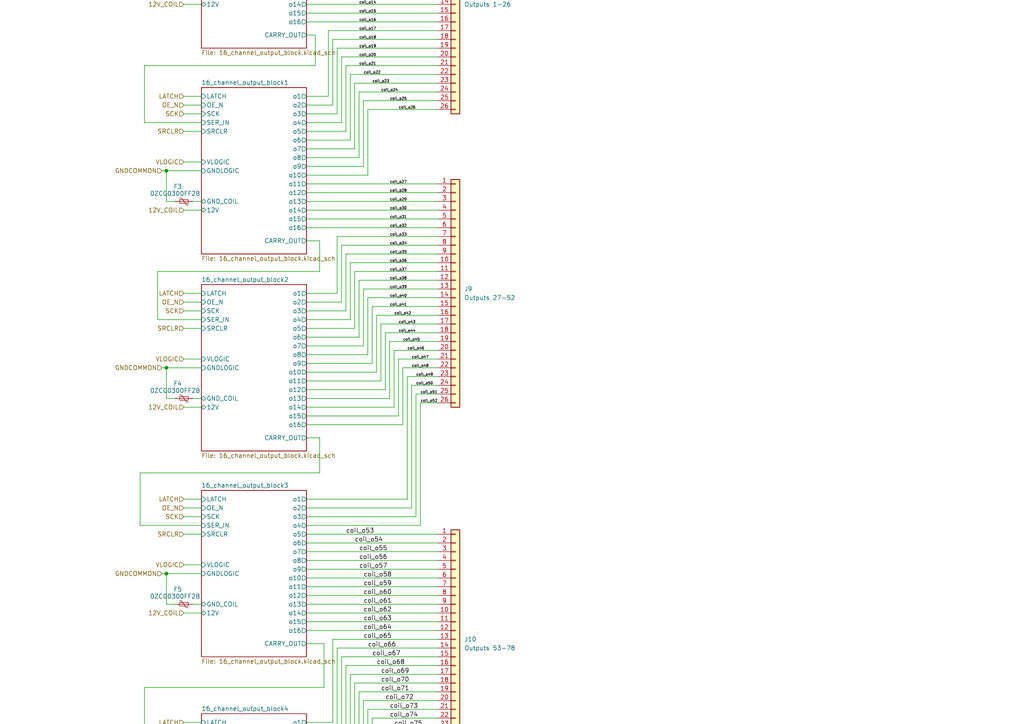
<source format=kicad_sch>
(kicad_sch
	(version 20250114)
	(generator "eeschema")
	(generator_version "9.0")
	(uuid "c1ee45b0-515d-4ffe-929d-5e6f2d25eab0")
	(paper "A4")
	(lib_symbols
		(symbol "Connector_Generic:Conn_01x02"
			(pin_names
				(offset 1.016)
				(hide yes)
			)
			(exclude_from_sim no)
			(in_bom yes)
			(on_board yes)
			(property "Reference" "J"
				(at 0 2.54 0)
				(effects
					(font
						(size 1.27 1.27)
					)
				)
			)
			(property "Value" "Conn_01x02"
				(at 0 -5.08 0)
				(effects
					(font
						(size 1.27 1.27)
					)
				)
			)
			(property "Footprint" ""
				(at 0 0 0)
				(effects
					(font
						(size 1.27 1.27)
					)
					(hide yes)
				)
			)
			(property "Datasheet" "~"
				(at 0 0 0)
				(effects
					(font
						(size 1.27 1.27)
					)
					(hide yes)
				)
			)
			(property "Description" "Generic connector, single row, 01x02, script generated (kicad-library-utils/schlib/autogen/connector/)"
				(at 0 0 0)
				(effects
					(font
						(size 1.27 1.27)
					)
					(hide yes)
				)
			)
			(property "ki_keywords" "connector"
				(at 0 0 0)
				(effects
					(font
						(size 1.27 1.27)
					)
					(hide yes)
				)
			)
			(property "ki_fp_filters" "Connector*:*_1x??_*"
				(at 0 0 0)
				(effects
					(font
						(size 1.27 1.27)
					)
					(hide yes)
				)
			)
			(symbol "Conn_01x02_1_1"
				(rectangle
					(start -1.27 1.27)
					(end 1.27 -3.81)
					(stroke
						(width 0.254)
						(type default)
					)
					(fill
						(type background)
					)
				)
				(rectangle
					(start -1.27 0.127)
					(end 0 -0.127)
					(stroke
						(width 0.1524)
						(type default)
					)
					(fill
						(type none)
					)
				)
				(rectangle
					(start -1.27 -2.413)
					(end 0 -2.667)
					(stroke
						(width 0.1524)
						(type default)
					)
					(fill
						(type none)
					)
				)
				(pin passive line
					(at -5.08 0 0)
					(length 3.81)
					(name "Pin_1"
						(effects
							(font
								(size 1.27 1.27)
							)
						)
					)
					(number "1"
						(effects
							(font
								(size 1.27 1.27)
							)
						)
					)
				)
				(pin passive line
					(at -5.08 -2.54 0)
					(length 3.81)
					(name "Pin_2"
						(effects
							(font
								(size 1.27 1.27)
							)
						)
					)
					(number "2"
						(effects
							(font
								(size 1.27 1.27)
							)
						)
					)
				)
			)
			(embedded_fonts no)
		)
		(symbol "Connector_Generic:Conn_01x26"
			(pin_names
				(offset 1.016)
				(hide yes)
			)
			(exclude_from_sim no)
			(in_bom yes)
			(on_board yes)
			(property "Reference" "J"
				(at 0 33.02 0)
				(effects
					(font
						(size 1.27 1.27)
					)
				)
			)
			(property "Value" "Conn_01x26"
				(at 0 -35.56 0)
				(effects
					(font
						(size 1.27 1.27)
					)
				)
			)
			(property "Footprint" ""
				(at 0 0 0)
				(effects
					(font
						(size 1.27 1.27)
					)
					(hide yes)
				)
			)
			(property "Datasheet" "~"
				(at 0 0 0)
				(effects
					(font
						(size 1.27 1.27)
					)
					(hide yes)
				)
			)
			(property "Description" "Generic connector, single row, 01x26, script generated (kicad-library-utils/schlib/autogen/connector/)"
				(at 0 0 0)
				(effects
					(font
						(size 1.27 1.27)
					)
					(hide yes)
				)
			)
			(property "ki_keywords" "connector"
				(at 0 0 0)
				(effects
					(font
						(size 1.27 1.27)
					)
					(hide yes)
				)
			)
			(property "ki_fp_filters" "Connector*:*_1x??_*"
				(at 0 0 0)
				(effects
					(font
						(size 1.27 1.27)
					)
					(hide yes)
				)
			)
			(symbol "Conn_01x26_1_1"
				(rectangle
					(start -1.27 31.75)
					(end 1.27 -34.29)
					(stroke
						(width 0.254)
						(type default)
					)
					(fill
						(type background)
					)
				)
				(rectangle
					(start -1.27 30.607)
					(end 0 30.353)
					(stroke
						(width 0.1524)
						(type default)
					)
					(fill
						(type none)
					)
				)
				(rectangle
					(start -1.27 28.067)
					(end 0 27.813)
					(stroke
						(width 0.1524)
						(type default)
					)
					(fill
						(type none)
					)
				)
				(rectangle
					(start -1.27 25.527)
					(end 0 25.273)
					(stroke
						(width 0.1524)
						(type default)
					)
					(fill
						(type none)
					)
				)
				(rectangle
					(start -1.27 22.987)
					(end 0 22.733)
					(stroke
						(width 0.1524)
						(type default)
					)
					(fill
						(type none)
					)
				)
				(rectangle
					(start -1.27 20.447)
					(end 0 20.193)
					(stroke
						(width 0.1524)
						(type default)
					)
					(fill
						(type none)
					)
				)
				(rectangle
					(start -1.27 17.907)
					(end 0 17.653)
					(stroke
						(width 0.1524)
						(type default)
					)
					(fill
						(type none)
					)
				)
				(rectangle
					(start -1.27 15.367)
					(end 0 15.113)
					(stroke
						(width 0.1524)
						(type default)
					)
					(fill
						(type none)
					)
				)
				(rectangle
					(start -1.27 12.827)
					(end 0 12.573)
					(stroke
						(width 0.1524)
						(type default)
					)
					(fill
						(type none)
					)
				)
				(rectangle
					(start -1.27 10.287)
					(end 0 10.033)
					(stroke
						(width 0.1524)
						(type default)
					)
					(fill
						(type none)
					)
				)
				(rectangle
					(start -1.27 7.747)
					(end 0 7.493)
					(stroke
						(width 0.1524)
						(type default)
					)
					(fill
						(type none)
					)
				)
				(rectangle
					(start -1.27 5.207)
					(end 0 4.953)
					(stroke
						(width 0.1524)
						(type default)
					)
					(fill
						(type none)
					)
				)
				(rectangle
					(start -1.27 2.667)
					(end 0 2.413)
					(stroke
						(width 0.1524)
						(type default)
					)
					(fill
						(type none)
					)
				)
				(rectangle
					(start -1.27 0.127)
					(end 0 -0.127)
					(stroke
						(width 0.1524)
						(type default)
					)
					(fill
						(type none)
					)
				)
				(rectangle
					(start -1.27 -2.413)
					(end 0 -2.667)
					(stroke
						(width 0.1524)
						(type default)
					)
					(fill
						(type none)
					)
				)
				(rectangle
					(start -1.27 -4.953)
					(end 0 -5.207)
					(stroke
						(width 0.1524)
						(type default)
					)
					(fill
						(type none)
					)
				)
				(rectangle
					(start -1.27 -7.493)
					(end 0 -7.747)
					(stroke
						(width 0.1524)
						(type default)
					)
					(fill
						(type none)
					)
				)
				(rectangle
					(start -1.27 -10.033)
					(end 0 -10.287)
					(stroke
						(width 0.1524)
						(type default)
					)
					(fill
						(type none)
					)
				)
				(rectangle
					(start -1.27 -12.573)
					(end 0 -12.827)
					(stroke
						(width 0.1524)
						(type default)
					)
					(fill
						(type none)
					)
				)
				(rectangle
					(start -1.27 -15.113)
					(end 0 -15.367)
					(stroke
						(width 0.1524)
						(type default)
					)
					(fill
						(type none)
					)
				)
				(rectangle
					(start -1.27 -17.653)
					(end 0 -17.907)
					(stroke
						(width 0.1524)
						(type default)
					)
					(fill
						(type none)
					)
				)
				(rectangle
					(start -1.27 -20.193)
					(end 0 -20.447)
					(stroke
						(width 0.1524)
						(type default)
					)
					(fill
						(type none)
					)
				)
				(rectangle
					(start -1.27 -22.733)
					(end 0 -22.987)
					(stroke
						(width 0.1524)
						(type default)
					)
					(fill
						(type none)
					)
				)
				(rectangle
					(start -1.27 -25.273)
					(end 0 -25.527)
					(stroke
						(width 0.1524)
						(type default)
					)
					(fill
						(type none)
					)
				)
				(rectangle
					(start -1.27 -27.813)
					(end 0 -28.067)
					(stroke
						(width 0.1524)
						(type default)
					)
					(fill
						(type none)
					)
				)
				(rectangle
					(start -1.27 -30.353)
					(end 0 -30.607)
					(stroke
						(width 0.1524)
						(type default)
					)
					(fill
						(type none)
					)
				)
				(rectangle
					(start -1.27 -32.893)
					(end 0 -33.147)
					(stroke
						(width 0.1524)
						(type default)
					)
					(fill
						(type none)
					)
				)
				(pin passive line
					(at -5.08 30.48 0)
					(length 3.81)
					(name "Pin_1"
						(effects
							(font
								(size 1.27 1.27)
							)
						)
					)
					(number "1"
						(effects
							(font
								(size 1.27 1.27)
							)
						)
					)
				)
				(pin passive line
					(at -5.08 27.94 0)
					(length 3.81)
					(name "Pin_2"
						(effects
							(font
								(size 1.27 1.27)
							)
						)
					)
					(number "2"
						(effects
							(font
								(size 1.27 1.27)
							)
						)
					)
				)
				(pin passive line
					(at -5.08 25.4 0)
					(length 3.81)
					(name "Pin_3"
						(effects
							(font
								(size 1.27 1.27)
							)
						)
					)
					(number "3"
						(effects
							(font
								(size 1.27 1.27)
							)
						)
					)
				)
				(pin passive line
					(at -5.08 22.86 0)
					(length 3.81)
					(name "Pin_4"
						(effects
							(font
								(size 1.27 1.27)
							)
						)
					)
					(number "4"
						(effects
							(font
								(size 1.27 1.27)
							)
						)
					)
				)
				(pin passive line
					(at -5.08 20.32 0)
					(length 3.81)
					(name "Pin_5"
						(effects
							(font
								(size 1.27 1.27)
							)
						)
					)
					(number "5"
						(effects
							(font
								(size 1.27 1.27)
							)
						)
					)
				)
				(pin passive line
					(at -5.08 17.78 0)
					(length 3.81)
					(name "Pin_6"
						(effects
							(font
								(size 1.27 1.27)
							)
						)
					)
					(number "6"
						(effects
							(font
								(size 1.27 1.27)
							)
						)
					)
				)
				(pin passive line
					(at -5.08 15.24 0)
					(length 3.81)
					(name "Pin_7"
						(effects
							(font
								(size 1.27 1.27)
							)
						)
					)
					(number "7"
						(effects
							(font
								(size 1.27 1.27)
							)
						)
					)
				)
				(pin passive line
					(at -5.08 12.7 0)
					(length 3.81)
					(name "Pin_8"
						(effects
							(font
								(size 1.27 1.27)
							)
						)
					)
					(number "8"
						(effects
							(font
								(size 1.27 1.27)
							)
						)
					)
				)
				(pin passive line
					(at -5.08 10.16 0)
					(length 3.81)
					(name "Pin_9"
						(effects
							(font
								(size 1.27 1.27)
							)
						)
					)
					(number "9"
						(effects
							(font
								(size 1.27 1.27)
							)
						)
					)
				)
				(pin passive line
					(at -5.08 7.62 0)
					(length 3.81)
					(name "Pin_10"
						(effects
							(font
								(size 1.27 1.27)
							)
						)
					)
					(number "10"
						(effects
							(font
								(size 1.27 1.27)
							)
						)
					)
				)
				(pin passive line
					(at -5.08 5.08 0)
					(length 3.81)
					(name "Pin_11"
						(effects
							(font
								(size 1.27 1.27)
							)
						)
					)
					(number "11"
						(effects
							(font
								(size 1.27 1.27)
							)
						)
					)
				)
				(pin passive line
					(at -5.08 2.54 0)
					(length 3.81)
					(name "Pin_12"
						(effects
							(font
								(size 1.27 1.27)
							)
						)
					)
					(number "12"
						(effects
							(font
								(size 1.27 1.27)
							)
						)
					)
				)
				(pin passive line
					(at -5.08 0 0)
					(length 3.81)
					(name "Pin_13"
						(effects
							(font
								(size 1.27 1.27)
							)
						)
					)
					(number "13"
						(effects
							(font
								(size 1.27 1.27)
							)
						)
					)
				)
				(pin passive line
					(at -5.08 -2.54 0)
					(length 3.81)
					(name "Pin_14"
						(effects
							(font
								(size 1.27 1.27)
							)
						)
					)
					(number "14"
						(effects
							(font
								(size 1.27 1.27)
							)
						)
					)
				)
				(pin passive line
					(at -5.08 -5.08 0)
					(length 3.81)
					(name "Pin_15"
						(effects
							(font
								(size 1.27 1.27)
							)
						)
					)
					(number "15"
						(effects
							(font
								(size 1.27 1.27)
							)
						)
					)
				)
				(pin passive line
					(at -5.08 -7.62 0)
					(length 3.81)
					(name "Pin_16"
						(effects
							(font
								(size 1.27 1.27)
							)
						)
					)
					(number "16"
						(effects
							(font
								(size 1.27 1.27)
							)
						)
					)
				)
				(pin passive line
					(at -5.08 -10.16 0)
					(length 3.81)
					(name "Pin_17"
						(effects
							(font
								(size 1.27 1.27)
							)
						)
					)
					(number "17"
						(effects
							(font
								(size 1.27 1.27)
							)
						)
					)
				)
				(pin passive line
					(at -5.08 -12.7 0)
					(length 3.81)
					(name "Pin_18"
						(effects
							(font
								(size 1.27 1.27)
							)
						)
					)
					(number "18"
						(effects
							(font
								(size 1.27 1.27)
							)
						)
					)
				)
				(pin passive line
					(at -5.08 -15.24 0)
					(length 3.81)
					(name "Pin_19"
						(effects
							(font
								(size 1.27 1.27)
							)
						)
					)
					(number "19"
						(effects
							(font
								(size 1.27 1.27)
							)
						)
					)
				)
				(pin passive line
					(at -5.08 -17.78 0)
					(length 3.81)
					(name "Pin_20"
						(effects
							(font
								(size 1.27 1.27)
							)
						)
					)
					(number "20"
						(effects
							(font
								(size 1.27 1.27)
							)
						)
					)
				)
				(pin passive line
					(at -5.08 -20.32 0)
					(length 3.81)
					(name "Pin_21"
						(effects
							(font
								(size 1.27 1.27)
							)
						)
					)
					(number "21"
						(effects
							(font
								(size 1.27 1.27)
							)
						)
					)
				)
				(pin passive line
					(at -5.08 -22.86 0)
					(length 3.81)
					(name "Pin_22"
						(effects
							(font
								(size 1.27 1.27)
							)
						)
					)
					(number "22"
						(effects
							(font
								(size 1.27 1.27)
							)
						)
					)
				)
				(pin passive line
					(at -5.08 -25.4 0)
					(length 3.81)
					(name "Pin_23"
						(effects
							(font
								(size 1.27 1.27)
							)
						)
					)
					(number "23"
						(effects
							(font
								(size 1.27 1.27)
							)
						)
					)
				)
				(pin passive line
					(at -5.08 -27.94 0)
					(length 3.81)
					(name "Pin_24"
						(effects
							(font
								(size 1.27 1.27)
							)
						)
					)
					(number "24"
						(effects
							(font
								(size 1.27 1.27)
							)
						)
					)
				)
				(pin passive line
					(at -5.08 -30.48 0)
					(length 3.81)
					(name "Pin_25"
						(effects
							(font
								(size 1.27 1.27)
							)
						)
					)
					(number "25"
						(effects
							(font
								(size 1.27 1.27)
							)
						)
					)
				)
				(pin passive line
					(at -5.08 -33.02 0)
					(length 3.81)
					(name "Pin_26"
						(effects
							(font
								(size 1.27 1.27)
							)
						)
					)
					(number "26"
						(effects
							(font
								(size 1.27 1.27)
							)
						)
					)
				)
			)
			(embedded_fonts no)
		)
		(symbol "Device:Polyfuse_Small"
			(pin_numbers
				(hide yes)
			)
			(pin_names
				(offset 0)
			)
			(exclude_from_sim no)
			(in_bom yes)
			(on_board yes)
			(property "Reference" "F"
				(at -1.905 0 90)
				(effects
					(font
						(size 1.27 1.27)
					)
				)
			)
			(property "Value" "Polyfuse_Small"
				(at 1.905 0 90)
				(effects
					(font
						(size 1.27 1.27)
					)
				)
			)
			(property "Footprint" ""
				(at 1.27 -5.08 0)
				(effects
					(font
						(size 1.27 1.27)
					)
					(justify left)
					(hide yes)
				)
			)
			(property "Datasheet" "~"
				(at 0 0 0)
				(effects
					(font
						(size 1.27 1.27)
					)
					(hide yes)
				)
			)
			(property "Description" "Resettable fuse, polymeric positive temperature coefficient, small symbol"
				(at 0 0 0)
				(effects
					(font
						(size 1.27 1.27)
					)
					(hide yes)
				)
			)
			(property "ki_keywords" "resettable fuse PTC PPTC polyfuse polyswitch"
				(at 0 0 0)
				(effects
					(font
						(size 1.27 1.27)
					)
					(hide yes)
				)
			)
			(property "ki_fp_filters" "*polyfuse* *PTC*"
				(at 0 0 0)
				(effects
					(font
						(size 1.27 1.27)
					)
					(hide yes)
				)
			)
			(symbol "Polyfuse_Small_0_1"
				(polyline
					(pts
						(xy -1.016 1.27) (xy -1.016 0.762) (xy 1.016 -0.762) (xy 1.016 -1.27)
					)
					(stroke
						(width 0)
						(type default)
					)
					(fill
						(type none)
					)
				)
				(rectangle
					(start -0.508 1.27)
					(end 0.508 -1.27)
					(stroke
						(width 0)
						(type default)
					)
					(fill
						(type none)
					)
				)
				(polyline
					(pts
						(xy 0 2.54) (xy 0 -2.54)
					)
					(stroke
						(width 0)
						(type default)
					)
					(fill
						(type none)
					)
				)
			)
			(symbol "Polyfuse_Small_1_1"
				(pin passive line
					(at 0 2.54 270)
					(length 0.635)
					(name "~"
						(effects
							(font
								(size 1.27 1.27)
							)
						)
					)
					(number "1"
						(effects
							(font
								(size 1.27 1.27)
							)
						)
					)
				)
				(pin passive line
					(at 0 -2.54 90)
					(length 0.635)
					(name "~"
						(effects
							(font
								(size 1.27 1.27)
							)
						)
					)
					(number "2"
						(effects
							(font
								(size 1.27 1.27)
							)
						)
					)
				)
			)
			(embedded_fonts no)
		)
	)
	(junction
		(at 48.26 231.14)
		(diameter 0)
		(color 0 0 0 0)
		(uuid "063f62e7-100f-4456-a778-eaf893e5d04a")
	)
	(junction
		(at 48.26 166.37)
		(diameter 0)
		(color 0 0 0 0)
		(uuid "0b81cd92-50dc-4644-9cfd-88eb03236aca")
	)
	(junction
		(at 48.26 49.53)
		(diameter 0)
		(color 0 0 0 0)
		(uuid "69bf661f-9abc-43d2-9903-a368d2b51bba")
	)
	(junction
		(at 48.26 -10.16)
		(diameter 0)
		(color 0 0 0 0)
		(uuid "b55de945-33e5-4120-847e-53d2fed7bc5b")
	)
	(junction
		(at 48.26 106.68)
		(diameter 0)
		(color 0 0 0 0)
		(uuid "c37cae17-64be-4087-ad79-80ebee20eb1a")
	)
	(wire
		(pts
			(xy 91.44 19.05) (xy 41.91 19.05)
		)
		(stroke
			(width 0)
			(type default)
		)
		(uuid "009cf368-ed50-4441-8cff-df8d6c946ee6")
	)
	(wire
		(pts
			(xy 88.9 6.35) (xy 127 6.35)
		)
		(stroke
			(width 0)
			(type default)
		)
		(uuid "00f64651-eec9-429f-a8a2-7a288473099e")
	)
	(wire
		(pts
			(xy 53.34 144.78) (xy 58.42 144.78)
		)
		(stroke
			(width 0)
			(type default)
		)
		(uuid "021cbf75-931f-437a-aed1-e856cc49c9da")
	)
	(wire
		(pts
			(xy 53.34 95.25) (xy 58.42 95.25)
		)
		(stroke
			(width 0)
			(type default)
		)
		(uuid "0232c8ff-42eb-478b-9346-6aacdb468920")
	)
	(wire
		(pts
			(xy 88.9 154.94) (xy 127 154.94)
		)
		(stroke
			(width 0)
			(type default)
		)
		(uuid "02abaf5c-42f4-496b-9c06-1fb3a4cf1e6f")
	)
	(wire
		(pts
			(xy 104.14 81.28) (xy 104.14 97.79)
		)
		(stroke
			(width 0)
			(type default)
		)
		(uuid "034e41a4-faa4-460c-86e9-0107d4b7ac9f")
	)
	(wire
		(pts
			(xy 110.49 237.49) (xy 110.49 213.36)
		)
		(stroke
			(width 0)
			(type default)
		)
		(uuid "03b07f6a-930f-497a-866c-172b3c2fdea3")
	)
	(wire
		(pts
			(xy 106.68 50.8) (xy 106.68 31.75)
		)
		(stroke
			(width 0)
			(type default)
		)
		(uuid "04422da2-9183-4139-984e-be65489556e2")
	)
	(wire
		(pts
			(xy 104.14 97.79) (xy 88.9 97.79)
		)
		(stroke
			(width 0)
			(type default)
		)
		(uuid "0667d1c1-3e90-4718-8577-ee4e6938b3d1")
	)
	(wire
		(pts
			(xy 55.88 240.03) (xy 58.42 240.03)
		)
		(stroke
			(width 0)
			(type default)
		)
		(uuid "08b077dd-ed5f-4096-8ef4-06b0d3b68079")
	)
	(wire
		(pts
			(xy 55.88 -1.27) (xy 58.42 -1.27)
		)
		(stroke
			(width 0)
			(type default)
		)
		(uuid "09aab4e0-6893-4f7e-a748-e233c7c3be0f")
	)
	(wire
		(pts
			(xy 48.26 106.68) (xy 58.42 106.68)
		)
		(stroke
			(width 0)
			(type default)
		)
		(uuid "0b6fc4df-4a8d-449c-b351-a27acd7c03eb")
	)
	(wire
		(pts
			(xy 88.9 245.11) (xy 127 245.11)
		)
		(stroke
			(width 0)
			(type default)
		)
		(uuid "0efb2e8c-c70e-4e6a-bbaf-e624fbf88e88")
	)
	(wire
		(pts
			(xy 105.41 48.26) (xy 88.9 48.26)
		)
		(stroke
			(width 0)
			(type default)
		)
		(uuid "0ffb3b41-6a86-473e-abc8-b8e67938d517")
	)
	(wire
		(pts
			(xy 105.41 203.2) (xy 127 203.2)
		)
		(stroke
			(width 0)
			(type default)
		)
		(uuid "10829203-fa30-4378-a9e6-d7a355c5d728")
	)
	(wire
		(pts
			(xy 97.79 85.09) (xy 97.79 68.58)
		)
		(stroke
			(width 0)
			(type default)
		)
		(uuid "14070e3d-0911-4c82-bddf-a56e9f920302")
	)
	(wire
		(pts
			(xy 88.9 53.34) (xy 127 53.34)
		)
		(stroke
			(width 0)
			(type default)
		)
		(uuid "14540f93-1bd2-47e1-9500-abce73bdd8bf")
	)
	(wire
		(pts
			(xy 99.06 214.63) (xy 88.9 214.63)
		)
		(stroke
			(width 0)
			(type default)
		)
		(uuid "1454518f-d942-4025-812a-7120b16d3310")
	)
	(wire
		(pts
			(xy 92.71 78.74) (xy 45.72 78.74)
		)
		(stroke
			(width 0)
			(type default)
		)
		(uuid "14aea247-714c-4504-a4e8-ae0065b03bb0")
	)
	(wire
		(pts
			(xy 102.87 78.74) (xy 127 78.74)
		)
		(stroke
			(width 0)
			(type default)
		)
		(uuid "15b7a8d9-577e-495b-a708-9ed1e8c931f6")
	)
	(wire
		(pts
			(xy 127 8.89) (xy 95.25 8.89)
		)
		(stroke
			(width 0)
			(type default)
		)
		(uuid "161a23b6-0581-4d7b-809c-d5420bd9331d")
	)
	(wire
		(pts
			(xy 53.34 147.32) (xy 58.42 147.32)
		)
		(stroke
			(width 0)
			(type default)
		)
		(uuid "16235695-9df5-4cdb-88e6-bbc544719af0")
	)
	(wire
		(pts
			(xy 104.14 26.67) (xy 104.14 45.72)
		)
		(stroke
			(width 0)
			(type default)
		)
		(uuid "18ac81e5-4697-4fb8-bca6-9febae526c08")
	)
	(wire
		(pts
			(xy 121.92 116.84) (xy 127 116.84)
		)
		(stroke
			(width 0)
			(type default)
		)
		(uuid "1908807e-bcf8-48cd-8fe6-1a73f4077c25")
	)
	(wire
		(pts
			(xy 53.34 46.99) (xy 58.42 46.99)
		)
		(stroke
			(width 0)
			(type default)
		)
		(uuid "1a552d11-6f50-4610-acf2-929fcd4665cf")
	)
	(wire
		(pts
			(xy 105.41 100.33) (xy 105.41 83.82)
		)
		(stroke
			(width 0)
			(type default)
		)
		(uuid "1c57e174-7c91-4d7f-aff8-03bc25e095b3")
	)
	(wire
		(pts
			(xy 48.26 -1.27) (xy 48.26 -10.16)
		)
		(stroke
			(width 0)
			(type default)
		)
		(uuid "1e035501-066c-45d2-a0dd-b543c7dc0065")
	)
	(wire
		(pts
			(xy 88.9 -16.51) (xy 127 -16.51)
		)
		(stroke
			(width 0)
			(type default)
		)
		(uuid "1e6249e5-7630-4002-b568-1701d1151864")
	)
	(wire
		(pts
			(xy 45.72 92.71) (xy 58.42 92.71)
		)
		(stroke
			(width 0)
			(type default)
		)
		(uuid "207d4b09-abea-45c8-8270-2b57efbb6bfc")
	)
	(wire
		(pts
			(xy 101.6 21.59) (xy 127 21.59)
		)
		(stroke
			(width 0)
			(type default)
		)
		(uuid "219ee4ee-256a-4538-888f-163bcfd0df38")
	)
	(wire
		(pts
			(xy 121.92 152.4) (xy 121.92 116.84)
		)
		(stroke
			(width 0)
			(type default)
		)
		(uuid "24573df8-794d-41c3-8b73-cff16e261439")
	)
	(wire
		(pts
			(xy 88.9 227.33) (xy 105.41 227.33)
		)
		(stroke
			(width 0)
			(type default)
		)
		(uuid "25ab46a9-e5f1-447d-8583-baefbb55c875")
	)
	(wire
		(pts
			(xy 100.33 193.04) (xy 127 193.04)
		)
		(stroke
			(width 0)
			(type default)
		)
		(uuid "274f0e1b-3b4b-470e-9c2a-e06415b9464f")
	)
	(wire
		(pts
			(xy 88.9 182.88) (xy 127 182.88)
		)
		(stroke
			(width 0)
			(type default)
		)
		(uuid "28343fc2-a22f-44ca-8982-fd17e11e1bdf")
	)
	(wire
		(pts
			(xy 127 19.05) (xy 100.33 19.05)
		)
		(stroke
			(width 0)
			(type default)
		)
		(uuid "28cf791d-f98d-4f81-9b32-9b9b66115668")
	)
	(wire
		(pts
			(xy 127 114.3) (xy 120.65 114.3)
		)
		(stroke
			(width 0)
			(type default)
		)
		(uuid "2a3b5958-3c3f-4392-b435-96be9c21fe69")
	)
	(wire
		(pts
			(xy 97.79 33.02) (xy 88.9 33.02)
		)
		(stroke
			(width 0)
			(type default)
		)
		(uuid "2b85f622-5c69-4b7a-9560-1859ee96476f")
	)
	(wire
		(pts
			(xy 88.9 180.34) (xy 127 180.34)
		)
		(stroke
			(width 0)
			(type default)
		)
		(uuid "2be4685e-9d1f-4543-a884-40fd8387c353")
	)
	(wire
		(pts
			(xy 127 195.58) (xy 101.6 195.58)
		)
		(stroke
			(width 0)
			(type default)
		)
		(uuid "2c710ba8-8e52-43f9-91bc-ff20b3f2fcb9")
	)
	(wire
		(pts
			(xy 53.34 38.1) (xy 58.42 38.1)
		)
		(stroke
			(width 0)
			(type default)
		)
		(uuid "2de40c9d-d7ae-45f8-8974-07cbac4f6cfa")
	)
	(wire
		(pts
			(xy 111.76 96.52) (xy 111.76 113.03)
		)
		(stroke
			(width 0)
			(type default)
		)
		(uuid "2f5941f4-1c07-4d37-804f-52fd6e5cce9c")
	)
	(wire
		(pts
			(xy 127 101.6) (xy 114.3 101.6)
		)
		(stroke
			(width 0)
			(type default)
		)
		(uuid "31daef50-6b33-48e5-b271-d71d5539f334")
	)
	(wire
		(pts
			(xy 55.88 58.42) (xy 58.42 58.42)
		)
		(stroke
			(width 0)
			(type default)
		)
		(uuid "31e84c9d-bc46-4481-9348-f130e3f2eddc")
	)
	(wire
		(pts
			(xy 114.3 101.6) (xy 114.3 118.11)
		)
		(stroke
			(width 0)
			(type default)
		)
		(uuid "33630c41-b3c5-4ebe-93a9-c1a36df17034")
	)
	(wire
		(pts
			(xy 96.52 209.55) (xy 88.9 209.55)
		)
		(stroke
			(width 0)
			(type default)
		)
		(uuid "33f9c2d7-8d42-40bc-9296-d8435db07e66")
	)
	(wire
		(pts
			(xy 88.9 165.1) (xy 127 165.1)
		)
		(stroke
			(width 0)
			(type default)
		)
		(uuid "3441c117-ad37-47f2-bb45-5e900344f4d0")
	)
	(wire
		(pts
			(xy 102.87 222.25) (xy 102.87 198.12)
		)
		(stroke
			(width 0)
			(type default)
		)
		(uuid "344c2268-9534-4854-8a64-ef192ddd9085")
	)
	(wire
		(pts
			(xy 115.57 120.65) (xy 115.57 104.14)
		)
		(stroke
			(width 0)
			(type default)
		)
		(uuid "3775ec01-028e-4d81-ad23-c55e4aa767a3")
	)
	(wire
		(pts
			(xy 88.9 90.17) (xy 100.33 90.17)
		)
		(stroke
			(width 0)
			(type default)
		)
		(uuid "3840c695-7db4-4099-8d7d-4a15da81a615")
	)
	(wire
		(pts
			(xy 113.03 115.57) (xy 113.03 99.06)
		)
		(stroke
			(width 0)
			(type default)
		)
		(uuid "3855b1a2-fbb3-48bc-9824-c01cafd28b69")
	)
	(wire
		(pts
			(xy 55.88 115.57) (xy 58.42 115.57)
		)
		(stroke
			(width 0)
			(type default)
		)
		(uuid "39a3128c-6783-43d6-b0ee-0f7e55feff10")
	)
	(wire
		(pts
			(xy 101.6 76.2) (xy 101.6 92.71)
		)
		(stroke
			(width 0)
			(type default)
		)
		(uuid "3a621e3e-0628-431b-9186-1a04462b3b79")
	)
	(wire
		(pts
			(xy 113.03 218.44) (xy 127 218.44)
		)
		(stroke
			(width 0)
			(type default)
		)
		(uuid "3ad81bcc-0389-4fec-a04d-ff13fdcc1e49")
	)
	(wire
		(pts
			(xy 53.34 118.11) (xy 58.42 118.11)
		)
		(stroke
			(width 0)
			(type default)
		)
		(uuid "3bef68a2-cfdb-4c26-9c93-e44d3837357b")
	)
	(wire
		(pts
			(xy 53.34 219.71) (xy 58.42 219.71)
		)
		(stroke
			(width 0)
			(type default)
		)
		(uuid "3d933336-3f5d-4937-b311-c1bb3ed04a07")
	)
	(wire
		(pts
			(xy 106.68 229.87) (xy 88.9 229.87)
		)
		(stroke
			(width 0)
			(type default)
		)
		(uuid "3e95e388-6e86-4ccb-92d4-7ba18d43f98d")
	)
	(wire
		(pts
			(xy 88.9 -26.67) (xy 127 -26.67)
		)
		(stroke
			(width 0)
			(type default)
		)
		(uuid "3ef8e3db-887b-43c3-8bba-ca39869d691e")
	)
	(wire
		(pts
			(xy 48.26 175.26) (xy 48.26 166.37)
		)
		(stroke
			(width 0)
			(type default)
		)
		(uuid "3f2d36f2-86fb-42ca-ad6b-ca6fb000ed0c")
	)
	(wire
		(pts
			(xy 127 29.21) (xy 105.41 29.21)
		)
		(stroke
			(width 0)
			(type default)
		)
		(uuid "41163c56-8726-4f9d-a980-391304e45442")
	)
	(wire
		(pts
			(xy 53.34 85.09) (xy 58.42 85.09)
		)
		(stroke
			(width 0)
			(type default)
		)
		(uuid "4358cdda-fa37-4c75-9ac5-7742e43e4647")
	)
	(wire
		(pts
			(xy 88.9 58.42) (xy 127 58.42)
		)
		(stroke
			(width 0)
			(type default)
		)
		(uuid "44fbc8bb-3ea7-46f5-8ac7-698dfe5842ca")
	)
	(wire
		(pts
			(xy 127 26.67) (xy 104.14 26.67)
		)
		(stroke
			(width 0)
			(type default)
		)
		(uuid "4503adec-980e-4f8f-b5e4-661ad4f54de9")
	)
	(wire
		(pts
			(xy 95.25 8.89) (xy 95.25 27.94)
		)
		(stroke
			(width 0)
			(type default)
		)
		(uuid "45b67b6e-1ea0-4b33-8483-28523934a640")
	)
	(wire
		(pts
			(xy 88.9 127) (xy 92.71 127)
		)
		(stroke
			(width 0)
			(type default)
		)
		(uuid "463722e8-96d6-44eb-a893-1afb34489c0b")
	)
	(wire
		(pts
			(xy 88.9 -11.43) (xy 127 -11.43)
		)
		(stroke
			(width 0)
			(type default)
		)
		(uuid "4643138a-48ea-4974-9930-3cd6a6591bac")
	)
	(wire
		(pts
			(xy 48.26 -10.16) (xy 46.99 -10.16)
		)
		(stroke
			(width 0)
			(type default)
		)
		(uuid "46822140-f591-419f-a669-ae63f33b5ecf")
	)
	(wire
		(pts
			(xy 107.95 88.9) (xy 127 88.9)
		)
		(stroke
			(width 0)
			(type default)
		)
		(uuid "46959f2c-5893-4350-bee2-59f41e5a56d7")
	)
	(wire
		(pts
			(xy 53.34 1.27) (xy 58.42 1.27)
		)
		(stroke
			(width 0)
			(type default)
		)
		(uuid "48e07b29-d589-485b-8992-f13c8d20a572")
	)
	(wire
		(pts
			(xy 99.06 190.5) (xy 99.06 214.63)
		)
		(stroke
			(width 0)
			(type default)
		)
		(uuid "492a0acc-b859-48a3-90d3-683f1d42627e")
	)
	(wire
		(pts
			(xy 97.79 13.97) (xy 97.79 33.02)
		)
		(stroke
			(width 0)
			(type default)
		)
		(uuid "49acbf7d-e095-42a2-9fa6-efc80e6be04b")
	)
	(wire
		(pts
			(xy 120.65 114.3) (xy 120.65 149.86)
		)
		(stroke
			(width 0)
			(type default)
		)
		(uuid "4aa67dc6-d5fe-4c7b-95f4-9bdd7e02f56a")
	)
	(wire
		(pts
			(xy 102.87 43.18) (xy 88.9 43.18)
		)
		(stroke
			(width 0)
			(type default)
		)
		(uuid "4ac32e89-f168-44bd-8881-101332a7d5c9")
	)
	(wire
		(pts
			(xy 88.9 251.46) (xy 92.71 251.46)
		)
		(stroke
			(width 0)
			(type default)
		)
		(uuid "4af4f0c6-2d44-4752-a677-53ebe63296dd")
	)
	(wire
		(pts
			(xy 119.38 147.32) (xy 119.38 111.76)
		)
		(stroke
			(width 0)
			(type default)
		)
		(uuid "4cf19ef4-70ec-432c-b229-5224f9a43b96")
	)
	(wire
		(pts
			(xy 53.34 27.94) (xy 58.42 27.94)
		)
		(stroke
			(width 0)
			(type default)
		)
		(uuid "4d164740-6c7e-49cb-9128-8413e212581e")
	)
	(wire
		(pts
			(xy 41.91 35.56) (xy 58.42 35.56)
		)
		(stroke
			(width 0)
			(type default)
		)
		(uuid "4e0d352c-8f2f-4680-ad4b-68152a54f4d6")
	)
	(wire
		(pts
			(xy 88.9 105.41) (xy 107.95 105.41)
		)
		(stroke
			(width 0)
			(type default)
		)
		(uuid "4e1f4977-28d1-42ea-b5f7-cc66f946a926")
	)
	(wire
		(pts
			(xy 88.9 30.48) (xy 96.52 30.48)
		)
		(stroke
			(width 0)
			(type default)
		)
		(uuid "4f97fbe2-d2af-4b2b-9a79-670a2bbbb7e7")
	)
	(wire
		(pts
			(xy 110.49 213.36) (xy 127 213.36)
		)
		(stroke
			(width 0)
			(type default)
		)
		(uuid "4fd79514-ea5e-41ed-8d18-a34d78467616")
	)
	(wire
		(pts
			(xy 53.34 214.63) (xy 58.42 214.63)
		)
		(stroke
			(width 0)
			(type default)
		)
		(uuid "5076ccc0-3a92-4e3c-b020-1bd73c57b170")
	)
	(wire
		(pts
			(xy 104.14 224.79) (xy 88.9 224.79)
		)
		(stroke
			(width 0)
			(type default)
		)
		(uuid "5405406d-db38-466f-a168-f9afb45bd185")
	)
	(wire
		(pts
			(xy 107.95 232.41) (xy 107.95 208.28)
		)
		(stroke
			(width 0)
			(type default)
		)
		(uuid "5427006f-fd70-4a50-8536-f81dc50dac93")
	)
	(wire
		(pts
			(xy 92.71 69.85) (xy 92.71 78.74)
		)
		(stroke
			(width 0)
			(type default)
		)
		(uuid "5486b589-0b41-4d32-b445-15f46ce03cbb")
	)
	(wire
		(pts
			(xy 127 86.36) (xy 106.68 86.36)
		)
		(stroke
			(width 0)
			(type default)
		)
		(uuid "5492e47b-3b7c-48d3-9d94-7b5234c809da")
	)
	(wire
		(pts
			(xy 105.41 29.21) (xy 105.41 48.26)
		)
		(stroke
			(width 0)
			(type default)
		)
		(uuid "54b65475-c76b-4792-9c95-677dfe9bf5a6")
	)
	(wire
		(pts
			(xy 88.9 212.09) (xy 97.79 212.09)
		)
		(stroke
			(width 0)
			(type default)
		)
		(uuid "55fd2cef-414a-4eb1-958c-e00435a238c7")
	)
	(wire
		(pts
			(xy 88.9 147.32) (xy 119.38 147.32)
		)
		(stroke
			(width 0)
			(type default)
		)
		(uuid "5653c810-f4cc-4d07-89e9-405cb647b5f2")
	)
	(wire
		(pts
			(xy 106.68 205.74) (xy 106.68 229.87)
		)
		(stroke
			(width 0)
			(type default)
		)
		(uuid "56f53170-653a-4d9c-9018-db344570bbbe")
	)
	(wire
		(pts
			(xy 48.26 240.03) (xy 50.8 240.03)
		)
		(stroke
			(width 0)
			(type default)
		)
		(uuid "5841b249-661d-4def-afa7-9f2aa52aee07")
	)
	(wire
		(pts
			(xy 127 96.52) (xy 111.76 96.52)
		)
		(stroke
			(width 0)
			(type default)
		)
		(uuid "58acad63-a3aa-4a66-8523-5b801cf665c8")
	)
	(wire
		(pts
			(xy 111.76 215.9) (xy 111.76 240.03)
		)
		(stroke
			(width 0)
			(type default)
		)
		(uuid "59d1db5b-6590-4357-91fe-5056cdca6b94")
	)
	(wire
		(pts
			(xy 116.84 106.68) (xy 116.84 123.19)
		)
		(stroke
			(width 0)
			(type default)
		)
		(uuid "59f9500b-f6ec-4aee-9146-56b985e3b273")
	)
	(wire
		(pts
			(xy 55.88 175.26) (xy 58.42 175.26)
		)
		(stroke
			(width 0)
			(type default)
		)
		(uuid "5a256e27-1fa2-49ae-a32a-18c4c75ffef1")
	)
	(wire
		(pts
			(xy 53.34 242.57) (xy 58.42 242.57)
		)
		(stroke
			(width 0)
			(type default)
		)
		(uuid "5b40e298-aa9d-4fd6-9150-01896760e412")
	)
	(wire
		(pts
			(xy 109.22 234.95) (xy 88.9 234.95)
		)
		(stroke
			(width 0)
			(type default)
		)
		(uuid "5b7fd979-e7c9-473a-92e5-07c87f08c519")
	)
	(wire
		(pts
			(xy 88.9 232.41) (xy 107.95 232.41)
		)
		(stroke
			(width 0)
			(type default)
		)
		(uuid "5bab9d05-5973-4c43-b721-c34dedff948a")
	)
	(wire
		(pts
			(xy 127 106.68) (xy 116.84 106.68)
		)
		(stroke
			(width 0)
			(type default)
		)
		(uuid "5f4d93f2-f4f9-497e-b39e-e7d5e52612c5")
	)
	(wire
		(pts
			(xy 127 200.66) (xy 104.14 200.66)
		)
		(stroke
			(width 0)
			(type default)
		)
		(uuid "5fcaf6a5-44f1-4ca3-b383-a8fad11b5750")
	)
	(wire
		(pts
			(xy 48.26 -10.16) (xy 58.42 -10.16)
		)
		(stroke
			(width 0)
			(type default)
		)
		(uuid "5fe07ce1-e3b3-465f-8d2c-3b026be496fe")
	)
	(wire
		(pts
			(xy 88.9 167.64) (xy 127 167.64)
		)
		(stroke
			(width 0)
			(type default)
		)
		(uuid "600925cd-a109-45ad-987d-7f927d43fed3")
	)
	(wire
		(pts
			(xy 88.9 247.65) (xy 127 247.65)
		)
		(stroke
			(width 0)
			(type default)
		)
		(uuid "6022659c-ad0c-4359-a74f-c4701c0d1104")
	)
	(wire
		(pts
			(xy 127 13.97) (xy 97.79 13.97)
		)
		(stroke
			(width 0)
			(type default)
		)
		(uuid "60a0ecf9-0fbc-4f90-9764-3d15026785bc")
	)
	(wire
		(pts
			(xy 88.9 55.88) (xy 127 55.88)
		)
		(stroke
			(width 0)
			(type default)
		)
		(uuid "61fee712-1638-4b1f-88c5-6f73ad0988e0")
	)
	(wire
		(pts
			(xy 127 109.22) (xy 118.11 109.22)
		)
		(stroke
			(width 0)
			(type default)
		)
		(uuid "62e3f498-bc59-4d90-b0e6-1cef17471936")
	)
	(wire
		(pts
			(xy 116.84 123.19) (xy 88.9 123.19)
		)
		(stroke
			(width 0)
			(type default)
		)
		(uuid "64bb215a-8366-41aa-b4d2-a1c486bc7998")
	)
	(wire
		(pts
			(xy 48.26 166.37) (xy 46.99 166.37)
		)
		(stroke
			(width 0)
			(type default)
		)
		(uuid "67e3fcc8-a725-4aa4-a373-9dc5290915c1")
	)
	(wire
		(pts
			(xy 92.71 137.16) (xy 40.64 137.16)
		)
		(stroke
			(width 0)
			(type default)
		)
		(uuid "68d8234b-b0c9-4cce-8809-8fe6a72349fb")
	)
	(wire
		(pts
			(xy 53.34 104.14) (xy 58.42 104.14)
		)
		(stroke
			(width 0)
			(type default)
		)
		(uuid "6a49fc7a-c882-4e03-b8d7-2f14952b719b")
	)
	(wire
		(pts
			(xy 45.72 78.74) (xy 45.72 92.71)
		)
		(stroke
			(width 0)
			(type default)
		)
		(uuid "6e16a550-92f8-4abd-a7d6-306659ede22f")
	)
	(wire
		(pts
			(xy 110.49 93.98) (xy 127 93.98)
		)
		(stroke
			(width 0)
			(type default)
		)
		(uuid "6f3be664-098c-42df-b3c5-66f61c228998")
	)
	(wire
		(pts
			(xy 88.9 162.56) (xy 127 162.56)
		)
		(stroke
			(width 0)
			(type default)
		)
		(uuid "6f9105fa-d6c4-46df-972d-fe11a203240f")
	)
	(wire
		(pts
			(xy 88.9 -13.97) (xy 127 -13.97)
		)
		(stroke
			(width 0)
			(type default)
		)
		(uuid "714fd14f-30d3-46f0-85bc-5041e6f97619")
	)
	(wire
		(pts
			(xy 48.26 175.26) (xy 50.8 175.26)
		)
		(stroke
			(width 0)
			(type default)
		)
		(uuid "72bc10e3-15f9-498f-b01f-f7b0dc4ed84a")
	)
	(wire
		(pts
			(xy 127 205.74) (xy 106.68 205.74)
		)
		(stroke
			(width 0)
			(type default)
		)
		(uuid "748d13b1-d2be-4aeb-8db9-8116de6c3475")
	)
	(wire
		(pts
			(xy 101.6 40.64) (xy 101.6 21.59)
		)
		(stroke
			(width 0)
			(type default)
		)
		(uuid "76396efb-29ab-4e79-a6e4-0ef8c9f23a0a")
	)
	(wire
		(pts
			(xy 115.57 104.14) (xy 127 104.14)
		)
		(stroke
			(width 0)
			(type default)
		)
		(uuid "763e9c7e-2326-41cc-948a-85a746177754")
	)
	(wire
		(pts
			(xy 102.87 95.25) (xy 102.87 78.74)
		)
		(stroke
			(width 0)
			(type default)
		)
		(uuid "7b01fd4d-5fb3-45c2-8a0f-0c94e925c161")
	)
	(wire
		(pts
			(xy 53.34 212.09) (xy 58.42 212.09)
		)
		(stroke
			(width 0)
			(type default)
		)
		(uuid "7c9ad825-c7e7-4258-be00-a42b2957ce61")
	)
	(wire
		(pts
			(xy 53.34 33.02) (xy 58.42 33.02)
		)
		(stroke
			(width 0)
			(type default)
		)
		(uuid "7c9b8f18-808f-4f10-a650-136d6d32d232")
	)
	(wire
		(pts
			(xy 53.34 60.96) (xy 58.42 60.96)
		)
		(stroke
			(width 0)
			(type default)
		)
		(uuid "7eb7f1a2-51a6-4521-889d-80d2ca851d86")
	)
	(wire
		(pts
			(xy 88.9 3.81) (xy 127 3.81)
		)
		(stroke
			(width 0)
			(type default)
		)
		(uuid "809df46b-f06f-417a-aa54-ba6bb1057535")
	)
	(wire
		(pts
			(xy 101.6 219.71) (xy 88.9 219.71)
		)
		(stroke
			(width 0)
			(type default)
		)
		(uuid "81960a8f-e4c1-4d43-be7c-97f9eaceed31")
	)
	(wire
		(pts
			(xy 99.06 71.12) (xy 99.06 87.63)
		)
		(stroke
			(width 0)
			(type default)
		)
		(uuid "8244bfcd-4889-4e64-b652-904dc079d3f5")
	)
	(wire
		(pts
			(xy 88.9 152.4) (xy 121.92 152.4)
		)
		(stroke
			(width 0)
			(type default)
		)
		(uuid "82917d84-83fc-4bf2-81b6-84943d6060e0")
	)
	(wire
		(pts
			(xy 88.9 85.09) (xy 97.79 85.09)
		)
		(stroke
			(width 0)
			(type default)
		)
		(uuid "838eb4f7-1401-4bcb-918b-6041b478682b")
	)
	(wire
		(pts
			(xy 88.9 -6.35) (xy 127 -6.35)
		)
		(stroke
			(width 0)
			(type default)
		)
		(uuid "8392a475-bf45-4686-97cb-cfac1c0499fe")
	)
	(wire
		(pts
			(xy 53.34 -12.7) (xy 58.42 -12.7)
		)
		(stroke
			(width 0)
			(type default)
		)
		(uuid "844ecf82-a1bc-49aa-91e7-62293b79ed3a")
	)
	(wire
		(pts
			(xy 88.9 172.72) (xy 127 172.72)
		)
		(stroke
			(width 0)
			(type default)
		)
		(uuid "8463e989-3edb-4ff4-bc37-d5aa49b35b97")
	)
	(wire
		(pts
			(xy 88.9 -24.13) (xy 127 -24.13)
		)
		(stroke
			(width 0)
			(type default)
		)
		(uuid "84e433bb-a9d6-4ec3-8a57-0fd6613d3c34")
	)
	(wire
		(pts
			(xy 88.9 35.56) (xy 99.06 35.56)
		)
		(stroke
			(width 0)
			(type default)
		)
		(uuid "8677669d-acb6-41f6-975f-71d8ce33c702")
	)
	(wire
		(pts
			(xy 109.22 91.44) (xy 109.22 107.95)
		)
		(stroke
			(width 0)
			(type default)
		)
		(uuid "8786b9ff-8aeb-4361-9535-5efe25fae580")
	)
	(wire
		(pts
			(xy 104.14 45.72) (xy 88.9 45.72)
		)
		(stroke
			(width 0)
			(type default)
		)
		(uuid "87dbc81b-38c9-4775-a9bb-19b5e4dd6473")
	)
	(wire
		(pts
			(xy 41.91 19.05) (xy 41.91 35.56)
		)
		(stroke
			(width 0)
			(type default)
		)
		(uuid "8858c123-6d70-4ad1-8a1b-b4d2b5cf285f")
	)
	(wire
		(pts
			(xy 91.44 10.16) (xy 91.44 19.05)
		)
		(stroke
			(width 0)
			(type default)
		)
		(uuid "88894b55-0661-439a-abd3-1b1b4c9cc356")
	)
	(wire
		(pts
			(xy 53.34 90.17) (xy 58.42 90.17)
		)
		(stroke
			(width 0)
			(type default)
		)
		(uuid "88966bf8-3c7c-4b9b-b0ef-8ae503673db5")
	)
	(wire
		(pts
			(xy 88.9 242.57) (xy 113.03 242.57)
		)
		(stroke
			(width 0)
			(type default)
		)
		(uuid "895d3229-1e37-47ab-ad79-d27e497e3595")
	)
	(wire
		(pts
			(xy 88.9 160.02) (xy 127 160.02)
		)
		(stroke
			(width 0)
			(type default)
		)
		(uuid "8a49eaf8-6a5f-4c1b-a2a2-ba3e629893dc")
	)
	(wire
		(pts
			(xy 111.76 240.03) (xy 88.9 240.03)
		)
		(stroke
			(width 0)
			(type default)
		)
		(uuid "8b906dbe-b209-481c-bb52-272d08418326")
	)
	(wire
		(pts
			(xy 100.33 217.17) (xy 100.33 193.04)
		)
		(stroke
			(width 0)
			(type default)
		)
		(uuid "8c241845-c160-43b1-b769-79b81990dc72")
	)
	(wire
		(pts
			(xy 92.71 127) (xy 92.71 137.16)
		)
		(stroke
			(width 0)
			(type default)
		)
		(uuid "8c45d479-1281-47b9-8c71-72e153e58001")
	)
	(wire
		(pts
			(xy 93.98 186.69) (xy 93.98 199.39)
		)
		(stroke
			(width 0)
			(type default)
		)
		(uuid "8c50ae91-03cd-4b97-a10d-dbf3cbd20809")
	)
	(wire
		(pts
			(xy 109.22 210.82) (xy 109.22 234.95)
		)
		(stroke
			(width 0)
			(type default)
		)
		(uuid "8cc62d72-f59f-461a-8bc9-f5c9353d19c4")
	)
	(wire
		(pts
			(xy 88.9 -3.81) (xy 127 -3.81)
		)
		(stroke
			(width 0)
			(type default)
		)
		(uuid "8edff469-ef89-4fcb-9806-3bc69ea12dc2")
	)
	(wire
		(pts
			(xy 113.03 99.06) (xy 127 99.06)
		)
		(stroke
			(width 0)
			(type default)
		)
		(uuid "8ef49f7e-4a3f-41f6-aaee-ef1b3c68691b")
	)
	(wire
		(pts
			(xy 88.9 157.48) (xy 127 157.48)
		)
		(stroke
			(width 0)
			(type default)
		)
		(uuid "907d08a2-f578-4c9c-a9fe-3e7952dc3a0f")
	)
	(wire
		(pts
			(xy 48.26 231.14) (xy 46.99 231.14)
		)
		(stroke
			(width 0)
			(type default)
		)
		(uuid "92e846fd-7351-4add-bb85-3c551df8f8f3")
	)
	(wire
		(pts
			(xy 102.87 198.12) (xy 127 198.12)
		)
		(stroke
			(width 0)
			(type default)
		)
		(uuid "93e38240-d091-4a37-b90f-a6c9ea3de0f9")
	)
	(wire
		(pts
			(xy 111.76 113.03) (xy 88.9 113.03)
		)
		(stroke
			(width 0)
			(type default)
		)
		(uuid "9430c775-27d3-462c-8643-91a66dd90ebd")
	)
	(wire
		(pts
			(xy 127 185.42) (xy 96.52 185.42)
		)
		(stroke
			(width 0)
			(type default)
		)
		(uuid "96af9190-cd1f-44fc-aedc-e3737614ba26")
	)
	(wire
		(pts
			(xy 88.9 -21.59) (xy 127 -21.59)
		)
		(stroke
			(width 0)
			(type default)
		)
		(uuid "96b99f0e-df67-4df3-86c9-3c7de7943212")
	)
	(wire
		(pts
			(xy 101.6 195.58) (xy 101.6 219.71)
		)
		(stroke
			(width 0)
			(type default)
		)
		(uuid "99293857-d31b-4497-a74b-4968bbf51c97")
	)
	(wire
		(pts
			(xy 88.9 69.85) (xy 92.71 69.85)
		)
		(stroke
			(width 0)
			(type default)
		)
		(uuid "99df3d4e-57ea-4aec-93dd-4c08341d9f2f")
	)
	(wire
		(pts
			(xy 119.38 111.76) (xy 127 111.76)
		)
		(stroke
			(width 0)
			(type default)
		)
		(uuid "9a1f5c53-39c7-4a9d-84a1-3074ff58ca1f")
	)
	(wire
		(pts
			(xy 95.25 27.94) (xy 88.9 27.94)
		)
		(stroke
			(width 0)
			(type default)
		)
		(uuid "9b12ee90-3685-4384-92c0-229577f59d10")
	)
	(wire
		(pts
			(xy 88.9 175.26) (xy 127 175.26)
		)
		(stroke
			(width 0)
			(type default)
		)
		(uuid "9b340ea6-f008-477e-b189-d1c30973d450")
	)
	(wire
		(pts
			(xy 110.49 110.49) (xy 110.49 93.98)
		)
		(stroke
			(width 0)
			(type default)
		)
		(uuid "9be6a927-aa84-4fd9-8c90-fd73b50a9975")
	)
	(wire
		(pts
			(xy 88.9 1.27) (xy 127 1.27)
		)
		(stroke
			(width 0)
			(type default)
		)
		(uuid "9cbf7671-d3e6-4382-822d-581d80116867")
	)
	(wire
		(pts
			(xy 127 81.28) (xy 104.14 81.28)
		)
		(stroke
			(width 0)
			(type default)
		)
		(uuid "9ebe5aae-c469-418f-8a58-72e9edc22ab2")
	)
	(wire
		(pts
			(xy 88.9 217.17) (xy 100.33 217.17)
		)
		(stroke
			(width 0)
			(type default)
		)
		(uuid "9f5094c7-f0c5-4b1b-96dd-a737c80f3469")
	)
	(wire
		(pts
			(xy 88.9 -1.27) (xy 127 -1.27)
		)
		(stroke
			(width 0)
			(type default)
		)
		(uuid "a2fec641-3d61-466a-8171-e544c9dc2d09")
	)
	(wire
		(pts
			(xy 105.41 227.33) (xy 105.41 203.2)
		)
		(stroke
			(width 0)
			(type default)
		)
		(uuid "a51b4946-dcd1-4e69-9fc2-59ce431b8f21")
	)
	(wire
		(pts
			(xy 48.26 106.68) (xy 46.99 106.68)
		)
		(stroke
			(width 0)
			(type default)
		)
		(uuid "a644388c-32cf-43c1-be72-e894afacd9c9")
	)
	(wire
		(pts
			(xy 53.34 177.8) (xy 58.42 177.8)
		)
		(stroke
			(width 0)
			(type default)
		)
		(uuid "a6be4ec3-7c23-4ce4-b9f7-8d83a2e5bbd2")
	)
	(wire
		(pts
			(xy 113.03 242.57) (xy 113.03 218.44)
		)
		(stroke
			(width 0)
			(type default)
		)
		(uuid "a7059afc-dcf7-480d-a40b-d4bcc7b36416")
	)
	(wire
		(pts
			(xy 48.26 231.14) (xy 58.42 231.14)
		)
		(stroke
			(width 0)
			(type default)
		)
		(uuid "ac86f9b6-1ee7-40f0-b806-6bd8cdd84073")
	)
	(wire
		(pts
			(xy 88.9 10.16) (xy 91.44 10.16)
		)
		(stroke
			(width 0)
			(type default)
		)
		(uuid "ad0c9e22-cb5c-4edd-b651-611eea714afb")
	)
	(wire
		(pts
			(xy 127 190.5) (xy 99.06 190.5)
		)
		(stroke
			(width 0)
			(type default)
		)
		(uuid "adb0706e-1b81-489b-9cc7-2eab604edf6d")
	)
	(wire
		(pts
			(xy 53.34 -29.21) (xy 58.42 -29.21)
		)
		(stroke
			(width 0)
			(type default)
		)
		(uuid "ae08a8a3-516d-4b44-af81-8d95d09df0f1")
	)
	(wire
		(pts
			(xy 96.52 185.42) (xy 96.52 209.55)
		)
		(stroke
			(width 0)
			(type default)
		)
		(uuid "ae423e79-dfee-4818-b09d-47e9131b129d")
	)
	(wire
		(pts
			(xy 88.9 -19.05) (xy 127 -19.05)
		)
		(stroke
			(width 0)
			(type default)
		)
		(uuid "b07c2f5a-b867-406d-8e6d-fd3cef66b3e0")
	)
	(wire
		(pts
			(xy 99.06 16.51) (xy 127 16.51)
		)
		(stroke
			(width 0)
			(type default)
		)
		(uuid "b1447e5d-9315-4c80-addf-8b011d657fc5")
	)
	(wire
		(pts
			(xy 88.9 100.33) (xy 105.41 100.33)
		)
		(stroke
			(width 0)
			(type default)
		)
		(uuid "b445fb4c-251a-4db3-8740-9154456ff5c7")
	)
	(wire
		(pts
			(xy 48.26 166.37) (xy 58.42 166.37)
		)
		(stroke
			(width 0)
			(type default)
		)
		(uuid "b4498e48-2679-4255-a693-361798545d4e")
	)
	(wire
		(pts
			(xy 118.11 144.78) (xy 88.9 144.78)
		)
		(stroke
			(width 0)
			(type default)
		)
		(uuid "b498755b-09a3-416e-a502-76311469c9ca")
	)
	(wire
		(pts
			(xy 48.26 58.42) (xy 48.26 49.53)
		)
		(stroke
			(width 0)
			(type default)
		)
		(uuid "b4dd4e86-e1d6-4b67-8f91-d9d1cd3d8b4c")
	)
	(wire
		(pts
			(xy 53.34 -21.59) (xy 58.42 -21.59)
		)
		(stroke
			(width 0)
			(type default)
		)
		(uuid "b5f33155-4183-49bc-bb80-0474b2d78a5a")
	)
	(wire
		(pts
			(xy 88.9 115.57) (xy 113.03 115.57)
		)
		(stroke
			(width 0)
			(type default)
		)
		(uuid "b90bc9c4-9430-4514-806a-d464c2c48e1d")
	)
	(wire
		(pts
			(xy 41.91 199.39) (xy 93.98 199.39)
		)
		(stroke
			(width 0)
			(type default)
		)
		(uuid "bb8ec94c-dc4d-40aa-9ebb-9eca52e52b57")
	)
	(wire
		(pts
			(xy 48.26 115.57) (xy 48.26 106.68)
		)
		(stroke
			(width 0)
			(type default)
		)
		(uuid "bb91fb58-a72c-48ce-9912-9078d8167c11")
	)
	(wire
		(pts
			(xy 40.64 152.4) (xy 58.42 152.4)
		)
		(stroke
			(width 0)
			(type default)
		)
		(uuid "bc67a44c-cd7f-4556-8a21-dc0949f22adf")
	)
	(wire
		(pts
			(xy 127 71.12) (xy 99.06 71.12)
		)
		(stroke
			(width 0)
			(type default)
		)
		(uuid "bcafa18b-729e-493a-b906-66fd4f829e62")
	)
	(wire
		(pts
			(xy 99.06 87.63) (xy 88.9 87.63)
		)
		(stroke
			(width 0)
			(type default)
		)
		(uuid "bfbcbb70-8b8a-4e3d-986b-d9917f799e5a")
	)
	(wire
		(pts
			(xy 88.9 63.5) (xy 127 63.5)
		)
		(stroke
			(width 0)
			(type default)
		)
		(uuid "c0134ffb-8fef-4567-9e46-2640a9311cb3")
	)
	(wire
		(pts
			(xy 53.34 30.48) (xy 58.42 30.48)
		)
		(stroke
			(width 0)
			(type default)
		)
		(uuid "c095df8b-f9ed-4e38-82a0-a5b7ee86c380")
	)
	(wire
		(pts
			(xy 88.9 66.04) (xy 127 66.04)
		)
		(stroke
			(width 0)
			(type default)
		)
		(uuid "c09f73d8-e2fc-4d3a-9a52-913a3b3369b3")
	)
	(wire
		(pts
			(xy 53.34 -24.13) (xy 58.42 -24.13)
		)
		(stroke
			(width 0)
			(type default)
		)
		(uuid "c46523a8-b9de-4ec1-8800-c4f1d07a7dcd")
	)
	(wire
		(pts
			(xy 88.9 237.49) (xy 110.49 237.49)
		)
		(stroke
			(width 0)
			(type default)
		)
		(uuid "c4999836-d7fb-487f-85a8-6c7a1448c119")
	)
	(wire
		(pts
			(xy 105.41 83.82) (xy 127 83.82)
		)
		(stroke
			(width 0)
			(type default)
		)
		(uuid "c544e581-7d9a-41bd-81d4-801a155ab94a")
	)
	(wire
		(pts
			(xy 100.33 19.05) (xy 100.33 38.1)
		)
		(stroke
			(width 0)
			(type default)
		)
		(uuid "c70ef35b-6ef3-43be-b7f8-8efc00925fe1")
	)
	(wire
		(pts
			(xy 88.9 -31.75) (xy 127 -31.75)
		)
		(stroke
			(width 0)
			(type default)
		)
		(uuid "c8a81135-be7d-4f0b-9852-24831300d23a")
	)
	(wire
		(pts
			(xy 120.65 149.86) (xy 88.9 149.86)
		)
		(stroke
			(width 0)
			(type default)
		)
		(uuid "c951b9ae-3afb-4818-8a60-16583b619d23")
	)
	(wire
		(pts
			(xy 53.34 149.86) (xy 58.42 149.86)
		)
		(stroke
			(width 0)
			(type default)
		)
		(uuid "c956e4b3-8e97-46cd-9dd2-8e76a24e4c3d")
	)
	(wire
		(pts
			(xy 97.79 212.09) (xy 97.79 187.96)
		)
		(stroke
			(width 0)
			(type default)
		)
		(uuid "c9c7f6c7-b197-4ded-9965-027f16164282")
	)
	(wire
		(pts
			(xy 127 76.2) (xy 101.6 76.2)
		)
		(stroke
			(width 0)
			(type default)
		)
		(uuid "cbd12823-ef3c-4247-8482-0deef237b200")
	)
	(wire
		(pts
			(xy 106.68 86.36) (xy 106.68 102.87)
		)
		(stroke
			(width 0)
			(type default)
		)
		(uuid "cbd71cff-f1ed-43c8-a889-1160f58bc700")
	)
	(wire
		(pts
			(xy 96.52 30.48) (xy 96.52 11.43)
		)
		(stroke
			(width 0)
			(type default)
		)
		(uuid "cc085736-4a5b-4469-96d8-ce68388cde9d")
	)
	(wire
		(pts
			(xy 97.79 68.58) (xy 127 68.58)
		)
		(stroke
			(width 0)
			(type default)
		)
		(uuid "ce1abc82-93fa-4b24-a39d-49ec46256ff9")
	)
	(wire
		(pts
			(xy 101.6 92.71) (xy 88.9 92.71)
		)
		(stroke
			(width 0)
			(type default)
		)
		(uuid "ce682c6a-13c4-4777-a31a-b1cb156b8863")
	)
	(wire
		(pts
			(xy 127 215.9) (xy 111.76 215.9)
		)
		(stroke
			(width 0)
			(type default)
		)
		(uuid "d02c91d0-c4c6-4f25-b841-80b10c539caa")
	)
	(wire
		(pts
			(xy 127 91.44) (xy 109.22 91.44)
		)
		(stroke
			(width 0)
			(type default)
		)
		(uuid "d0e80f10-c771-483e-a75f-1ae23f9aa684")
	)
	(wire
		(pts
			(xy 53.34 87.63) (xy 58.42 87.63)
		)
		(stroke
			(width 0)
			(type default)
		)
		(uuid "d11e4bb1-212c-4755-bc09-c88671d84df1")
	)
	(wire
		(pts
			(xy 100.33 90.17) (xy 100.33 73.66)
		)
		(stroke
			(width 0)
			(type default)
		)
		(uuid "d14409a3-c568-46df-8de6-82885b043377")
	)
	(wire
		(pts
			(xy 88.9 110.49) (xy 110.49 110.49)
		)
		(stroke
			(width 0)
			(type default)
		)
		(uuid "d18f3b64-1965-4376-8ee8-d2dca62e0fcc")
	)
	(wire
		(pts
			(xy 106.68 31.75) (xy 127 31.75)
		)
		(stroke
			(width 0)
			(type default)
		)
		(uuid "d1f5e2cd-eddd-4812-a00a-e40a2e20e3be")
	)
	(wire
		(pts
			(xy 97.79 187.96) (xy 127 187.96)
		)
		(stroke
			(width 0)
			(type default)
		)
		(uuid "d24fbfc9-f54c-44b5-93fd-f42fa371660a")
	)
	(wire
		(pts
			(xy 102.87 24.13) (xy 102.87 43.18)
		)
		(stroke
			(width 0)
			(type default)
		)
		(uuid "d31168f8-39c0-4684-9c00-ac09da22bc22")
	)
	(wire
		(pts
			(xy 53.34 228.6) (xy 58.42 228.6)
		)
		(stroke
			(width 0)
			(type default)
		)
		(uuid "d3be3e57-369b-491c-9a56-29a82a716027")
	)
	(wire
		(pts
			(xy 53.34 -31.75) (xy 58.42 -31.75)
		)
		(stroke
			(width 0)
			(type default)
		)
		(uuid "d4c65d90-0132-4850-b4d9-4426ccd04221")
	)
	(wire
		(pts
			(xy 88.9 186.69) (xy 93.98 186.69)
		)
		(stroke
			(width 0)
			(type default)
		)
		(uuid "d4f7c86a-46e6-4b80-be3d-16cde1f98f16")
	)
	(wire
		(pts
			(xy 53.34 154.94) (xy 58.42 154.94)
		)
		(stroke
			(width 0)
			(type default)
		)
		(uuid "d59d073c-f5fd-441c-9af8-8b944246b55b")
	)
	(wire
		(pts
			(xy 88.9 222.25) (xy 102.87 222.25)
		)
		(stroke
			(width 0)
			(type default)
		)
		(uuid "d5edd04f-298b-425a-90a6-12f4e9d6c8f3")
	)
	(wire
		(pts
			(xy 106.68 102.87) (xy 88.9 102.87)
		)
		(stroke
			(width 0)
			(type default)
		)
		(uuid "d62025da-40e3-4cd0-b240-15b9a576bfc3")
	)
	(wire
		(pts
			(xy 48.26 240.03) (xy 48.26 231.14)
		)
		(stroke
			(width 0)
			(type default)
		)
		(uuid "d67b8161-c856-4da6-9c3d-c510190ba9dc")
	)
	(wire
		(pts
			(xy 88.9 120.65) (xy 115.57 120.65)
		)
		(stroke
			(width 0)
			(type default)
		)
		(uuid "da2947de-0b98-4994-9b9d-446281ffd70e")
	)
	(wire
		(pts
			(xy 53.34 163.83) (xy 58.42 163.83)
		)
		(stroke
			(width 0)
			(type default)
		)
		(uuid "da6a346d-d6fc-434c-8250-f4e359f6dc5e")
	)
	(wire
		(pts
			(xy 48.26 115.57) (xy 50.8 115.57)
		)
		(stroke
			(width 0)
			(type default)
		)
		(uuid "da802797-9485-4be0-9951-9740d10f383e")
	)
	(wire
		(pts
			(xy 88.9 177.8) (xy 127 177.8)
		)
		(stroke
			(width 0)
			(type default)
		)
		(uuid "dbbb0e08-db00-4793-8bbd-48eb21c6f64e")
	)
	(wire
		(pts
			(xy 88.9 -8.89) (xy 127 -8.89)
		)
		(stroke
			(width 0)
			(type default)
		)
		(uuid "dcbbac78-643d-46ac-9cef-1730458e7ca1")
	)
	(wire
		(pts
			(xy 40.64 137.16) (xy 40.64 152.4)
		)
		(stroke
			(width 0)
			(type default)
		)
		(uuid "de85c270-ef18-4d50-8bd8-ac27d2c34d4f")
	)
	(wire
		(pts
			(xy 114.3 118.11) (xy 88.9 118.11)
		)
		(stroke
			(width 0)
			(type default)
		)
		(uuid "deac1d7d-6c9d-447e-ae62-9aa89b0b7692")
	)
	(wire
		(pts
			(xy 41.91 199.39) (xy 41.91 217.17)
		)
		(stroke
			(width 0)
			(type default)
		)
		(uuid "e17b7bb9-1aa4-4769-9992-16fd2f4ba4ee")
	)
	(wire
		(pts
			(xy 100.33 38.1) (xy 88.9 38.1)
		)
		(stroke
			(width 0)
			(type default)
		)
		(uuid "e3d6757c-6ee1-4623-ac4f-27537ae441e2")
	)
	(wire
		(pts
			(xy 48.26 49.53) (xy 58.42 49.53)
		)
		(stroke
			(width 0)
			(type default)
		)
		(uuid "e5dde910-8813-44c2-a52a-498f9fb7ab67")
	)
	(wire
		(pts
			(xy 88.9 95.25) (xy 102.87 95.25)
		)
		(stroke
			(width 0)
			(type default)
		)
		(uuid "e60484b0-d7b2-4416-aa95-1974986d21b5")
	)
	(wire
		(pts
			(xy 99.06 35.56) (xy 99.06 16.51)
		)
		(stroke
			(width 0)
			(type default)
		)
		(uuid "e65b7820-628c-4410-b359-2985768d1d60")
	)
	(wire
		(pts
			(xy 118.11 109.22) (xy 118.11 144.78)
		)
		(stroke
			(width 0)
			(type default)
		)
		(uuid "e6ea54c1-4aed-4924-9fb5-970998ebd103")
	)
	(wire
		(pts
			(xy 88.9 -29.21) (xy 127 -29.21)
		)
		(stroke
			(width 0)
			(type default)
		)
		(uuid "e76147f3-e30e-456a-8fad-1ac0f61718a8")
	)
	(wire
		(pts
			(xy 127 210.82) (xy 109.22 210.82)
		)
		(stroke
			(width 0)
			(type default)
		)
		(uuid "e765c781-3263-45aa-9088-9937b1b609e9")
	)
	(wire
		(pts
			(xy 48.26 -1.27) (xy 50.8 -1.27)
		)
		(stroke
			(width 0)
			(type default)
		)
		(uuid "e8a22ab1-bf87-483a-9f6d-5799b0e6d43a")
	)
	(wire
		(pts
			(xy 48.26 49.53) (xy 46.99 49.53)
		)
		(stroke
			(width 0)
			(type default)
		)
		(uuid "e9d5b79a-16d8-41f5-b2a6-1738f010b74b")
	)
	(wire
		(pts
			(xy 96.52 11.43) (xy 127 11.43)
		)
		(stroke
			(width 0)
			(type default)
		)
		(uuid "ea51cb77-db53-4272-8101-d2d2088ffc35")
	)
	(wire
		(pts
			(xy 48.26 58.42) (xy 50.8 58.42)
		)
		(stroke
			(width 0)
			(type default)
		)
		(uuid "ec3b0fbc-2bce-4ebf-8d55-9f01b99cfcd0")
	)
	(wire
		(pts
			(xy 127 24.13) (xy 102.87 24.13)
		)
		(stroke
			(width 0)
			(type default)
		)
		(uuid "ec76834f-35d4-4cd7-946a-1f1a4cd5af6a")
	)
	(wire
		(pts
			(xy 41.91 217.17) (xy 58.42 217.17)
		)
		(stroke
			(width 0)
			(type default)
		)
		(uuid "ecca6ee5-9e72-4ece-b925-69a2a645096e")
	)
	(wire
		(pts
			(xy 88.9 170.18) (xy 127 170.18)
		)
		(stroke
			(width 0)
			(type default)
		)
		(uuid "ef2c7878-5977-4694-93b1-10297ba23fa8")
	)
	(wire
		(pts
			(xy 88.9 60.96) (xy 127 60.96)
		)
		(stroke
			(width 0)
			(type default)
		)
		(uuid "efb98958-8518-48b7-be69-18153081a414")
	)
	(wire
		(pts
			(xy 53.34 -26.67) (xy 58.42 -26.67)
		)
		(stroke
			(width 0)
			(type default)
		)
		(uuid "f067345a-8215-486c-ae6c-110f224ed214")
	)
	(wire
		(pts
			(xy 107.95 208.28) (xy 127 208.28)
		)
		(stroke
			(width 0)
			(type default)
		)
		(uuid "f398beb0-ee3e-42a1-9317-3cd9a4d6dff0")
	)
	(wire
		(pts
			(xy 53.34 209.55) (xy 58.42 209.55)
		)
		(stroke
			(width 0)
			(type default)
		)
		(uuid "f510a550-2763-425f-8b6e-e3a5b1475cf1")
	)
	(wire
		(pts
			(xy 104.14 200.66) (xy 104.14 224.79)
		)
		(stroke
			(width 0)
			(type default)
		)
		(uuid "f6ee57c9-295b-4438-b9e8-ca79555bad75")
	)
	(wire
		(pts
			(xy 88.9 50.8) (xy 106.68 50.8)
		)
		(stroke
			(width 0)
			(type default)
		)
		(uuid "f78840d3-a907-4a9d-979b-4c2f886740a1")
	)
	(wire
		(pts
			(xy 88.9 40.64) (xy 101.6 40.64)
		)
		(stroke
			(width 0)
			(type default)
		)
		(uuid "fba9f459-96a5-47d5-b132-89b8b3f64c6d")
	)
	(wire
		(pts
			(xy 100.33 73.66) (xy 127 73.66)
		)
		(stroke
			(width 0)
			(type default)
		)
		(uuid "fe9250fb-ff84-4e5c-8556-4080dee8ce4e")
	)
	(wire
		(pts
			(xy 109.22 107.95) (xy 88.9 107.95)
		)
		(stroke
			(width 0)
			(type default)
		)
		(uuid "ff475d28-b06c-4e5e-a048-f407a2817b0b")
	)
	(wire
		(pts
			(xy 107.95 105.41) (xy 107.95 88.9)
		)
		(stroke
			(width 0)
			(type default)
		)
		(uuid "ff498a26-1856-4a06-a819-446558a4ad95")
	)
	(label "coil_o27"
		(at 113.03 53.34 0)
		(effects
			(font
				(size 0.762 0.762)
			)
			(justify left bottom)
		)
		(uuid "15393f26-8cbc-42fa-b569-9565546ebce1")
	)
	(label "coil_o46"
		(at 118.11 101.6 0)
		(effects
			(font
				(size 0.762 0.762)
			)
			(justify left bottom)
		)
		(uuid "169ac68b-ccf0-46de-b8b6-e1aef6370bd8")
	)
	(label "coil_o51"
		(at 121.92 114.3 0)
		(effects
			(font
				(size 0.762 0.762)
			)
			(justify left bottom)
		)
		(uuid "17b2715e-35f2-4d4f-a3eb-2bbb60e36c95")
	)
	(label "coil_o54"
		(at 102.87 157.48 0)
		(effects
			(font
				(size 1.27 1.27)
			)
			(justify left bottom)
		)
		(uuid "1a99fce3-bc7e-4c6b-86ea-0942464172db")
	)
	(label "coil_o60"
		(at 105.41 172.72 0)
		(effects
			(font
				(size 1.27 1.27)
			)
			(justify left bottom)
		)
		(uuid "2209fb27-deb7-4725-b749-fc02099c083e")
	)
	(label "coil_o10"
		(at 104.14 -8.89 0)
		(effects
			(font
				(size 0.762 0.762)
			)
			(justify left bottom)
		)
		(uuid "22cd4177-e3d6-4665-80f6-8e6c750dad18")
	)
	(label "coil_o77"
		(at 115.57 215.9 0)
		(effects
			(font
				(size 1.27 1.27)
			)
			(justify left bottom)
		)
		(uuid "25721df4-50fb-4dcb-af8a-bd7fc62f413f")
	)
	(label "coil_o47"
		(at 119.38 104.14 0)
		(effects
			(font
				(size 0.762 0.762)
			)
			(justify left bottom)
		)
		(uuid "36acfe93-6eb1-4d43-b379-80493ec37dc1")
	)
	(label "coil_o37"
		(at 113.03 78.74 0)
		(effects
			(font
				(size 0.762 0.762)
			)
			(justify left bottom)
		)
		(uuid "3eb26f66-13a5-497c-bd82-df9259e74c4d")
	)
	(label "coil_o70"
		(at 110.49 198.12 0)
		(effects
			(font
				(size 1.27 1.27)
			)
			(justify left bottom)
		)
		(uuid "3f015c59-1273-402f-9bfb-3e15dc66fd26")
	)
	(label "coil_o72"
		(at 111.76 203.2 0)
		(effects
			(font
				(size 1.27 1.27)
			)
			(justify left bottom)
		)
		(uuid "3fa1d8e1-be96-4ba0-8db5-7b229ddf7fb2")
	)
	(label "coil_o5"
		(at 104.14 -21.59 0)
		(effects
			(font
				(size 0.762 0.762)
			)
			(justify left bottom)
		)
		(uuid "4592ae09-b29d-4e49-97b4-589686f7c6e7")
	)
	(label "coil_o74"
		(at 113.03 208.28 0)
		(effects
			(font
				(size 1.27 1.27)
			)
			(justify left bottom)
		)
		(uuid "49abdd78-7b6f-41fc-a25e-2569b0b7f7b4")
	)
	(label "coil_o20"
		(at 104.14 16.51 0)
		(effects
			(font
				(size 0.762 0.762)
			)
			(justify left bottom)
		)
		(uuid "4cb369db-c8d6-405d-86e1-7ef7bded0242")
	)
	(label "coil_o69"
		(at 110.49 195.58 0)
		(effects
			(font
				(size 1.27 1.27)
			)
			(justify left bottom)
		)
		(uuid "4ea4bd27-f617-43fe-b5c5-810010ecb43f")
	)
	(label "coil_o59"
		(at 105.41 170.18 0)
		(effects
			(font
				(size 1.27 1.27)
			)
			(justify left bottom)
		)
		(uuid "4f89996f-2de9-4f56-96c0-f4a6116aa71f")
	)
	(label "coil_o29"
		(at 113.03 58.42 0)
		(effects
			(font
				(size 0.762 0.762)
			)
			(justify left bottom)
		)
		(uuid "5366ef53-d573-4323-9e62-abaa2bc4b33f")
	)
	(label "coil_o71"
		(at 110.49 200.66 0)
		(effects
			(font
				(size 1.27 1.27)
			)
			(justify left bottom)
		)
		(uuid "5e544735-9880-459d-86ff-fb95f34ab662")
	)
	(label "coil_o22"
		(at 105.41 21.59 0)
		(effects
			(font
				(size 0.762 0.762)
			)
			(justify left bottom)
		)
		(uuid "5ec4b3d0-c08d-415c-8a73-616d23b7d537")
	)
	(label "coil_o28"
		(at 113.03 55.88 0)
		(effects
			(font
				(size 0.762 0.762)
			)
			(justify left bottom)
		)
		(uuid "6037e5ac-5272-438f-a533-0e6899bf6d98")
	)
	(label "coil_o16"
		(at 104.14 6.35 0)
		(effects
			(font
				(size 0.762 0.762)
			)
			(justify left bottom)
		)
		(uuid "60bf62f2-23c7-4aac-82cb-c80593d294ef")
	)
	(label "coil_o32"
		(at 113.03 66.04 0)
		(effects
			(font
				(size 0.762 0.762)
			)
			(justify left bottom)
		)
		(uuid "611eea31-3465-4ea1-a7ff-b817fd7e532d")
	)
	(label "coil_o78"
		(at 116.84 218.44 0)
		(effects
			(font
				(size 1.27 1.27)
			)
			(justify left bottom)
		)
		(uuid "66a1ab9c-870b-4df3-84c5-dbf986955d2b")
	)
	(label "coil_o15"
		(at 104.14 3.81 0)
		(effects
			(font
				(size 0.762 0.762)
			)
			(justify left bottom)
		)
		(uuid "67e1f1b8-41ea-4345-917b-24243ba472de")
	)
	(label "coil_o64"
		(at 105.41 182.88 0)
		(effects
			(font
				(size 1.27 1.27)
			)
			(justify left bottom)
		)
		(uuid "6a392dc3-8664-45c3-a824-19ef22a5255e")
	)
	(label "coil_o67"
		(at 107.95 190.5 0)
		(effects
			(font
				(size 1.27 1.27)
			)
			(justify left bottom)
		)
		(uuid "6b601826-2121-41f9-bdcc-6bc485f9686a")
	)
	(label "coil_o13"
		(at 104.14 -1.27 0)
		(effects
			(font
				(size 0.762 0.762)
			)
			(justify left bottom)
		)
		(uuid "6e9dc0bd-2f09-4099-a40a-01c87a382675")
	)
	(label "coil_o31"
		(at 113.03 63.5 0)
		(effects
			(font
				(size 0.762 0.762)
			)
			(justify left bottom)
		)
		(uuid "73abdfd9-9dab-4e16-a099-fd65ca587087")
	)
	(label "coil_o53"
		(at 100.33 154.94 0)
		(effects
			(font
				(size 1.27 1.27)
			)
			(justify left bottom)
		)
		(uuid "783fa102-5bfb-47e3-bce7-7e47af3aaf61")
	)
	(label "coil_o19"
		(at 104.14 13.97 0)
		(effects
			(font
				(size 0.762 0.762)
			)
			(justify left bottom)
		)
		(uuid "79856e30-8191-4a36-868f-e3cb86570157")
	)
	(label "coil_o8"
		(at 104.14 -13.97 0)
		(effects
			(font
				(size 0.762 0.762)
			)
			(justify left bottom)
		)
		(uuid "7a830277-bec0-4e55-a377-6f3fb0ad4a7e")
	)
	(label "coil_o75"
		(at 114.3 210.82 0)
		(effects
			(font
				(size 1.27 1.27)
			)
			(justify left bottom)
		)
		(uuid "7d1276d4-2ea9-40b8-b583-c16f7c20e52a")
	)
	(label "coil_o79"
		(at 114.3 245.11 0)
		(effects
			(font
				(size 1.27 1.27)
			)
			(justify left bottom)
		)
		(uuid "7ddd3a92-c230-41f0-8567-358793a2d9e3")
	)
	(label "coil_o24"
		(at 110.49 26.67 0)
		(effects
			(font
				(size 0.762 0.762)
			)
			(justify left bottom)
		)
		(uuid "80d18177-9111-4768-b191-ed5a02f785c9")
	)
	(label "coil_o25"
		(at 113.03 29.21 0)
		(effects
			(font
				(size 0.762 0.762)
			)
			(justify left bottom)
		)
		(uuid "8173ca78-7c39-4d4e-83be-a6d84c605eca")
	)
	(label "coil_o34"
		(at 113.03 71.12 0)
		(effects
			(font
				(size 0.762 0.762)
			)
			(justify left bottom)
		)
		(uuid "861566dc-59a6-448c-b7e4-2d06f487b18d")
	)
	(label "coil_o30"
		(at 113.03 60.96 0)
		(effects
			(font
				(size 0.762 0.762)
			)
			(justify left bottom)
		)
		(uuid "8676fd3d-1a29-4dfa-a5ae-6a367cec4a60")
	)
	(label "coil_o4"
		(at 104.14 -24.13 0)
		(effects
			(font
				(size 0.762 0.762)
			)
			(justify left bottom)
		)
		(uuid "8a858f86-dce5-469b-971b-72d9db3aea8c")
	)
	(label "coil_o14"
		(at 104.14 1.27 0)
		(effects
			(font
				(size 0.762 0.762)
			)
			(justify left bottom)
		)
		(uuid "8bf7875c-9260-4519-8e9a-86c16c0e4da0")
	)
	(label "coil_o26"
		(at 115.57 31.75 0)
		(effects
			(font
				(size 0.762 0.762)
			)
			(justify left bottom)
		)
		(uuid "8e7a2531-086a-47b7-8354-a776156b8039")
	)
	(label "coil_o43"
		(at 115.57 93.98 0)
		(effects
			(font
				(size 0.762 0.762)
			)
			(justify left bottom)
		)
		(uuid "8feff14f-f538-49fc-9261-51b63eb496ea")
	)
	(label "coil_o38"
		(at 113.03 81.28 0)
		(effects
			(font
				(size 0.762 0.762)
			)
			(justify left bottom)
		)
		(uuid "90c36105-beb6-4a10-88d0-2267d3ef126d")
	)
	(label "coil_o40"
		(at 113.03 86.36 0)
		(effects
			(font
				(size 0.762 0.762)
			)
			(justify left bottom)
		)
		(uuid "937a49c7-b2c0-4454-897d-001e4393d3c5")
	)
	(label "coil_o3"
		(at 104.14 -26.67 0)
		(effects
			(font
				(size 0.762 0.762)
			)
			(justify left bottom)
		)
		(uuid "95ce20e4-6a6e-4000-aa9c-383bb62ec406")
	)
	(label "coil_o55"
		(at 104.14 160.02 0)
		(effects
			(font
				(size 1.27 1.27)
			)
			(justify left bottom)
		)
		(uuid "98fb0a69-cf29-4c2f-be2c-c9a90a0f0477")
	)
	(label "coil_o58"
		(at 105.41 167.64 0)
		(effects
			(font
				(size 1.27 1.27)
			)
			(justify left bottom)
		)
		(uuid "a1323681-7b5d-4e7d-81f7-a10e0f1ec7f2")
	)
	(label "coil_o21"
		(at 104.14 19.05 0)
		(effects
			(font
				(size 0.762 0.762)
			)
			(justify left bottom)
		)
		(uuid "a248cbfa-4212-43b7-a992-92ecd66775c0")
	)
	(label "coil_o45"
		(at 116.84 99.06 0)
		(effects
			(font
				(size 0.762 0.762)
			)
			(justify left bottom)
		)
		(uuid "a316a48f-97bc-4b52-8d75-366debd9506b")
	)
	(label "coil_o48"
		(at 119.38 106.68 0)
		(effects
			(font
				(size 0.762 0.762)
			)
			(justify left bottom)
		)
		(uuid "a8521a4e-4fbc-43e3-b1bc-6945c6842061")
	)
	(label "coil_o12"
		(at 104.14 -3.81 0)
		(effects
			(font
				(size 0.762 0.762)
			)
			(justify left bottom)
		)
		(uuid "ad766ae4-339c-489d-a991-52b126c1d04e")
	)
	(label "coil_o42"
		(at 114.3 91.44 0)
		(effects
			(font
				(size 0.762 0.762)
			)
			(justify left bottom)
		)
		(uuid "af58c240-7bda-4231-8313-072cbbb3cb8c")
	)
	(label "coil_o41"
		(at 113.03 88.9 0)
		(effects
			(font
				(size 0.762 0.762)
			)
			(justify left bottom)
		)
		(uuid "b022107b-aef3-4dab-9755-56170f6f086f")
	)
	(label "coil_o57"
		(at 104.14 165.1 0)
		(effects
			(font
				(size 1.27 1.27)
			)
			(justify left bottom)
		)
		(uuid "b095ba84-abba-4fd3-b86c-5a9853b676fb")
	)
	(label "coil_o17"
		(at 104.14 8.89 0)
		(effects
			(font
				(size 0.762 0.762)
			)
			(justify left bottom)
		)
		(uuid "b466bc78-363d-447d-85ff-2ee5c3b95321")
	)
	(label "coil_o44"
		(at 115.57 96.52 0)
		(effects
			(font
				(size 0.762 0.762)
			)
			(justify left bottom)
		)
		(uuid "bb3dce7e-c16e-45ea-b56d-d6c2bf543aaa")
	)
	(label "coil_o11"
		(at 104.14 -6.35 0)
		(effects
			(font
				(size 0.762 0.762)
			)
			(justify left bottom)
		)
		(uuid "bc743ad0-e83d-4ac6-9387-731448b7417c")
	)
	(label "coil_o23"
		(at 107.95 24.13 0)
		(effects
			(font
				(size 0.762 0.762)
			)
			(justify left bottom)
		)
		(uuid "bcd41b25-4859-4303-9727-ffdb5d459123")
	)
	(label "coil_o2"
		(at 104.14 -29.21 0)
		(effects
			(font
				(size 0.762 0.762)
			)
			(justify left bottom)
		)
		(uuid "bd15f465-177d-451f-a2fc-203e20d4c997")
	)
	(label "coil_o62"
		(at 105.41 177.8 0)
		(effects
			(font
				(size 1.27 1.27)
			)
			(justify left bottom)
		)
		(uuid "bdd9035a-78b1-4358-bfda-0ea8db702036")
	)
	(label "coil_o66"
		(at 106.68 187.96 0)
		(effects
			(font
				(size 1.27 1.27)
			)
			(justify left bottom)
		)
		(uuid "c041dc4f-eae9-467a-b7ac-a4a54649c4a4")
	)
	(label "coil_o76"
		(at 114.3 213.36 0)
		(effects
			(font
				(size 1.27 1.27)
			)
			(justify left bottom)
		)
		(uuid "c3e0f283-d292-4369-91d5-a2266273848c")
	)
	(label "coil_o18"
		(at 104.14 11.43 0)
		(effects
			(font
				(size 0.762 0.762)
			)
			(justify left bottom)
		)
		(uuid "c9bb9a22-c948-4e20-a73d-8da5237f069d")
	)
	(label "coil_o50"
		(at 120.65 111.76 0)
		(effects
			(font
				(size 0.762 0.762)
			)
			(justify left bottom)
		)
		(uuid "caf9082d-3e58-4041-9c86-a854d36678db")
	)
	(label "coil_o56"
		(at 104.14 162.56 0)
		(effects
			(font
				(size 1.27 1.27)
			)
			(justify left bottom)
		)
		(uuid "cbeb67d8-5287-4dde-acbe-6cfea44e512d")
	)
	(label "coil_o1"
		(at 104.14 -31.75 0)
		(effects
			(font
				(size 0.762 0.762)
			)
			(justify left bottom)
		)
		(uuid "cf14f9ff-d839-4b45-857e-e35e9625ca0d")
	)
	(label "coil_o73"
		(at 113.03 205.74 0)
		(effects
			(font
				(size 1.27 1.27)
			)
			(justify left bottom)
		)
		(uuid "d3f2dfda-5b48-4558-91b0-7fd9a5f95cc5")
	)
	(label "coil_o33"
		(at 113.03 68.58 0)
		(effects
			(font
				(size 0.762 0.762)
			)
			(justify left bottom)
		)
		(uuid "d6ba7f27-96f4-445a-b79b-c0c8dbf08c33")
	)
	(label "coil_o68"
		(at 109.22 193.04 0)
		(effects
			(font
				(size 1.27 1.27)
			)
			(justify left bottom)
		)
		(uuid "da4edab2-a44e-4cbe-be05-92991087ff6d")
	)
	(label "coil_o61"
		(at 105.41 175.26 0)
		(effects
			(font
				(size 1.27 1.27)
			)
			(justify left bottom)
		)
		(uuid "daecbff2-3106-49e3-9f07-6f87a9eb2107")
	)
	(label "coil_o52"
		(at 121.92 116.84 0)
		(effects
			(font
				(size 0.762 0.762)
			)
			(justify left bottom)
		)
		(uuid "dca55863-3c91-43b3-9a9d-8c7d4d0a3e4e")
	)
	(label "coil_o80"
		(at 114.3 247.65 0)
		(effects
			(font
				(size 1.27 1.27)
			)
			(justify left bottom)
		)
		(uuid "dec229ae-a4a0-41b4-8f98-cdc3a7ee6968")
	)
	(label "coil_o35"
		(at 113.03 73.66 0)
		(effects
			(font
				(size 0.762 0.762)
			)
			(justify left bottom)
		)
		(uuid "f26a1314-8b16-4919-a4ac-e65646c8c37e")
	)
	(label "coil_o9"
		(at 104.14 -11.43 0)
		(effects
			(font
				(size 0.762 0.762)
			)
			(justify left bottom)
		)
		(uuid "f62d9c64-852f-42cf-bcb8-cc6259fb5600")
	)
	(label "coil_o65"
		(at 105.41 185.42 0)
		(effects
			(font
				(size 1.27 1.27)
			)
			(justify left bottom)
		)
		(uuid "f7fe7474-4abf-4db7-bd31-61c4e7cdfffe")
	)
	(label "coil_o36"
		(at 113.03 76.2 0)
		(effects
			(font
				(size 0.762 0.762)
			)
			(justify left bottom)
		)
		(uuid "f8912a6f-51f2-44f3-877e-6740fa0cfca5")
	)
	(label "coil_o7"
		(at 104.14 -16.51 0)
		(effects
			(font
				(size 0.762 0.762)
			)
			(justify left bottom)
		)
		(uuid "f8cdecfe-8d52-46bb-b18d-516fe4cae5fd")
	)
	(label "coil_o39"
		(at 113.03 83.82 0)
		(effects
			(font
				(size 0.762 0.762)
			)
			(justify left bottom)
		)
		(uuid "f98d107b-642a-40d2-939b-841a36a76aac")
	)
	(label "coil_o49"
		(at 120.65 109.22 0)
		(effects
			(font
				(size 0.762 0.762)
			)
			(justify left bottom)
		)
		(uuid "f9c3ecf1-fa15-4413-bcdd-0a336d1686de")
	)
	(label "coil_o6"
		(at 104.14 -19.05 0)
		(effects
			(font
				(size 0.762 0.762)
			)
			(justify left bottom)
		)
		(uuid "fac50e20-d2d7-4dac-a7ba-8d307635e4ce")
	)
	(label "coil_o63"
		(at 105.41 180.34 0)
		(effects
			(font
				(size 1.27 1.27)
			)
			(justify left bottom)
		)
		(uuid "fac7bd33-bba6-4997-93bd-c22db57a3826")
	)
	(hierarchical_label "OE_N"
		(shape input)
		(at 53.34 212.09 180)
		(effects
			(font
				(size 1.27 1.27)
			)
			(justify right)
		)
		(uuid "15c7ad30-f9f6-42c4-8112-206d12165738")
	)
	(hierarchical_label "OE_N"
		(shape input)
		(at 53.34 -29.21 180)
		(effects
			(font
				(size 1.27 1.27)
			)
			(justify right)
		)
		(uuid "1c416da1-a20f-4114-af64-31fd6f7a34f2")
	)
	(hierarchical_label "SRCLR"
		(shape input)
		(at 53.34 95.25 180)
		(effects
			(font
				(size 1.27 1.27)
			)
			(justify right)
		)
		(uuid "2277ac47-bc1d-4a62-93e0-d540b69f584c")
	)
	(hierarchical_label "OE_N"
		(shape input)
		(at 53.34 147.32 180)
		(effects
			(font
				(size 1.27 1.27)
			)
			(justify right)
		)
		(uuid "232179a4-0760-4da8-98cf-ddb028f5e11c")
	)
	(hierarchical_label "GNDCOMMON"
		(shape input)
		(at 46.99 106.68 180)
		(effects
			(font
				(size 1.27 1.27)
			)
			(justify right)
		)
		(uuid "2895da00-c016-42be-9d1f-a5e34ed87c7c")
	)
	(hierarchical_label "LATCH"
		(shape input)
		(at 53.34 27.94 180)
		(effects
			(font
				(size 1.27 1.27)
			)
			(justify right)
		)
		(uuid "29fde42a-18cf-43df-b5db-cbeace83db69")
	)
	(hierarchical_label "VLOGIC"
		(shape input)
		(at 53.34 46.99 180)
		(effects
			(font
				(size 1.27 1.27)
			)
			(justify right)
		)
		(uuid "32380572-5926-4d75-a3e7-d937147acba0")
	)
	(hierarchical_label "OE_N"
		(shape input)
		(at 53.34 30.48 180)
		(effects
			(font
				(size 1.27 1.27)
			)
			(justify right)
		)
		(uuid "332a60c1-1796-4b95-aec8-aecc063eefdf")
	)
	(hierarchical_label "GNDCOMMON"
		(shape input)
		(at 46.99 49.53 180)
		(effects
			(font
				(size 1.27 1.27)
			)
			(justify right)
		)
		(uuid "3d2fd3db-2884-4f0e-bcd8-914ca3c9f4d3")
	)
	(hierarchical_label "SCK"
		(shape input)
		(at 53.34 90.17 180)
		(effects
			(font
				(size 1.27 1.27)
			)
			(justify right)
		)
		(uuid "40305a7d-ab61-4ca0-85ba-ffbf8a3da3af")
	)
	(hierarchical_label "12V_COIL"
		(shape input)
		(at 53.34 242.57 180)
		(effects
			(font
				(size 1.27 1.27)
			)
			(justify right)
		)
		(uuid "42569986-a3cf-4f65-887a-4446a36067ab")
	)
	(hierarchical_label "SRCLR"
		(shape input)
		(at 53.34 38.1 180)
		(effects
			(font
				(size 1.27 1.27)
			)
			(justify right)
		)
		(uuid "48a43ee5-e3d8-4e1a-ac0c-bc98fd10f5b8")
	)
	(hierarchical_label "SER_IN"
		(shape input)
		(at 53.34 -24.13 180)
		(effects
			(font
				(size 1.27 1.27)
			)
			(justify right)
		)
		(uuid "4b389642-91ca-43dc-8891-b7bd0b61312b")
	)
	(hierarchical_label "VLOGIC"
		(shape input)
		(at 53.34 104.14 180)
		(effects
			(font
				(size 1.27 1.27)
			)
			(justify right)
		)
		(uuid "4edd9020-cc17-4419-8c07-d89cbbc782dc")
	)
	(hierarchical_label "GNDCOMMON"
		(shape input)
		(at 46.99 -10.16 180)
		(effects
			(font
				(size 1.27 1.27)
			)
			(justify right)
		)
		(uuid "5535b6ab-3ab7-4304-a2f1-e136decdf693")
	)
	(hierarchical_label "LATCH"
		(shape input)
		(at 53.34 209.55 180)
		(effects
			(font
				(size 1.27 1.27)
			)
			(justify right)
		)
		(uuid "60181e1a-d8b9-4af7-a011-e79f263d3ebc")
	)
	(hierarchical_label "12V_COIL"
		(shape input)
		(at 53.34 60.96 180)
		(effects
			(font
				(size 1.27 1.27)
			)
			(justify right)
		)
		(uuid "6e83d018-67f1-4833-8c3d-2673c24ea280")
	)
	(hierarchical_label "12V_COIL"
		(shape input)
		(at 53.34 177.8 180)
		(effects
			(font
				(size 1.27 1.27)
			)
			(justify right)
		)
		(uuid "7efc5152-68a7-428e-9db0-ecdcfc2c3d13")
	)
	(hierarchical_label "CARRY_OUT"
		(shape output)
		(at 92.71 251.46 0)
		(effects
			(font
				(size 1.27 1.27)
			)
			(justify left)
		)
		(uuid "81160058-3047-4fdd-b0aa-7677205d630f")
	)
	(hierarchical_label "SCK"
		(shape input)
		(at 53.34 33.02 180)
		(effects
			(font
				(size 1.27 1.27)
			)
			(justify right)
		)
		(uuid "87ecd731-9e07-4563-adb4-b9e726f4c294")
	)
	(hierarchical_label "SRCLR"
		(shape input)
		(at 53.34 -21.59 180)
		(effects
			(font
				(size 1.27 1.27)
			)
			(justify right)
		)
		(uuid "8c0ed0f4-dcfa-4777-bd04-7eba817523c0")
	)
	(hierarchical_label "12V_COIL"
		(shape input)
		(at 53.34 1.27 180)
		(effects
			(font
				(size 1.27 1.27)
			)
			(justify right)
		)
		(uuid "90309c88-f02a-4f5c-8431-9ec59e503efd")
	)
	(hierarchical_label "GNDCOMMON"
		(shape input)
		(at 46.99 166.37 180)
		(effects
			(font
				(size 1.27 1.27)
			)
			(justify right)
		)
		(uuid "99fedafb-669c-4b50-9464-875fa4ccb4de")
	)
	(hierarchical_label "12V_COIL"
		(shape input)
		(at 53.34 118.11 180)
		(effects
			(font
				(size 1.27 1.27)
			)
			(justify right)
		)
		(uuid "9da74149-367a-4a96-ba4e-996782558a10")
	)
	(hierarchical_label "SRCLR"
		(shape input)
		(at 53.34 154.94 180)
		(effects
			(font
				(size 1.27 1.27)
			)
			(justify right)
		)
		(uuid "a57acbac-c62c-421a-b7ae-c9a21f470199")
	)
	(hierarchical_label "SCK"
		(shape input)
		(at 53.34 -26.67 180)
		(effects
			(font
				(size 1.27 1.27)
			)
			(justify right)
		)
		(uuid "a64073a6-2492-4bea-8310-6fc786cfed24")
	)
	(hierarchical_label "SRCLR"
		(shape input)
		(at 53.34 219.71 180)
		(effects
			(font
				(size 1.27 1.27)
			)
			(justify right)
		)
		(uuid "a8d2fea2-ebcd-44b3-baa8-12f95b50c61a")
	)
	(hierarchical_label "GNDCOMMON"
		(shape input)
		(at 46.99 231.14 180)
		(effects
			(font
				(size 1.27 1.27)
			)
			(justify right)
		)
		(uuid "aa54439f-5d77-4e57-bc06-b654a16aa413")
	)
	(hierarchical_label "OE_N"
		(shape input)
		(at 53.34 87.63 180)
		(effects
			(font
				(size 1.27 1.27)
			)
			(justify right)
		)
		(uuid "b94a2efd-59aa-4542-9d6d-1d80d4b0f745")
	)
	(hierarchical_label "SCK"
		(shape input)
		(at 53.34 214.63 180)
		(effects
			(font
				(size 1.27 1.27)
			)
			(justify right)
		)
		(uuid "bb023ee2-3f01-48b9-b783-b827e1f8b16f")
	)
	(hierarchical_label "SCK"
		(shape input)
		(at 53.34 149.86 180)
		(effects
			(font
				(size 1.27 1.27)
			)
			(justify right)
		)
		(uuid "c5cd02ce-8270-4228-96ec-f683ce62e7d4")
	)
	(hierarchical_label "VLOGIC"
		(shape input)
		(at 53.34 -12.7 180)
		(effects
			(font
				(size 1.27 1.27)
			)
			(justify right)
		)
		(uuid "d2a6e54b-9bc7-4910-95c6-9d26aaa56ac2")
	)
	(hierarchical_label "LATCH"
		(shape input)
		(at 53.34 -31.75 180)
		(effects
			(font
				(size 1.27 1.27)
			)
			(justify right)
		)
		(uuid "d9c5f643-2e1d-4dc4-bd29-268d41f1b546")
	)
	(hierarchical_label "LATCH"
		(shape input)
		(at 53.34 144.78 180)
		(effects
			(font
				(size 1.27 1.27)
			)
			(justify right)
		)
		(uuid "dc0f830b-ebd5-44fd-baff-d2345971badc")
	)
	(hierarchical_label "LATCH"
		(shape input)
		(at 53.34 85.09 180)
		(effects
			(font
				(size 1.27 1.27)
			)
			(justify right)
		)
		(uuid "e4aa30d2-57a0-4af6-903a-f42df8261e68")
	)
	(hierarchical_label "VLOGIC"
		(shape input)
		(at 53.34 228.6 180)
		(effects
			(font
				(size 1.27 1.27)
			)
			(justify right)
		)
		(uuid "e9b165ca-1e44-4612-b41e-fc70377ea0c2")
	)
	(hierarchical_label "VLOGIC"
		(shape input)
		(at 53.34 163.83 180)
		(effects
			(font
				(size 1.27 1.27)
			)
			(justify right)
		)
		(uuid "f09d85e4-bfc6-4885-b109-e5405e7d1fc3")
	)
	(symbol
		(lib_id "Connector_Generic:Conn_01x02")
		(at 132.08 245.11 0)
		(unit 1)
		(exclude_from_sim no)
		(in_bom yes)
		(on_board yes)
		(dnp no)
		(fields_autoplaced yes)
		(uuid "47086069-725c-4ba2-8323-dd7ffeb1a452")
		(property "Reference" "J12"
			(at 134.62 245.1099 0)
			(effects
				(font
					(size 1.27 1.27)
				)
				(justify left)
			)
		)
		(property "Value" "Outputs 79-80"
			(at 134.62 247.6499 0)
			(effects
				(font
					(size 1.27 1.27)
				)
				(justify left)
			)
		)
		(property "Footprint" "Connector_JST:JST_PH_B2B-PH-K_1x02_P2.00mm_Vertical"
			(at 132.08 245.11 0)
			(effects
				(font
					(size 1.27 1.27)
				)
				(hide yes)
			)
		)
		(property "Datasheet" "~"
			(at 132.08 245.11 0)
			(effects
				(font
					(size 1.27 1.27)
				)
				(hide yes)
			)
		)
		(property "Description" "Generic connector, single row, 01x02, script generated (kicad-library-utils/schlib/autogen/connector/)"
			(at 132.08 245.11 0)
			(effects
				(font
					(size 1.27 1.27)
				)
				(hide yes)
			)
		)
		(pin "1"
			(uuid "6ce0e099-8adb-40c4-be6c-4305153cf975")
		)
		(pin "2"
			(uuid "f6c683cc-81d9-4387-bc03-117c529a23a0")
		)
		(instances
			(project ""
				(path "/4a899aa1-9bb8-4bd0-98b8-a923f79fe9df/940cad80-7c04-4585-9e43-fbe4083e52d7"
					(reference "J12")
					(unit 1)
				)
			)
		)
	)
	(symbol
		(lib_id "Device:Polyfuse_Small")
		(at 53.34 115.57 270)
		(mirror x)
		(unit 1)
		(exclude_from_sim no)
		(in_bom yes)
		(on_board yes)
		(dnp no)
		(uuid "49150127-6943-426e-9c35-d9d44023b174")
		(property "Reference" "F4"
			(at 51.562 111.252 90)
			(effects
				(font
					(size 1.27 1.27)
				)
			)
		)
		(property "Value" "0ZCG0300FF2B"
			(at 50.8 113.284 90)
			(effects
				(font
					(size 1.27 1.27)
				)
			)
		)
		(property "Footprint" "Fuse:Fuse_1812_4532Metric"
			(at 48.26 114.3 0)
			(effects
				(font
					(size 1.27 1.27)
				)
				(justify left)
				(hide yes)
			)
		)
		(property "Datasheet" "~"
			(at 53.34 115.57 0)
			(effects
				(font
					(size 1.27 1.27)
				)
				(hide yes)
			)
		)
		(property "Description" "Resettable fuse, polymeric positive temperature coefficient, small symbol"
			(at 53.34 115.57 0)
			(effects
				(font
					(size 1.27 1.27)
				)
				(hide yes)
			)
		)
		(pin "2"
			(uuid "55a22a23-a92e-48c8-aad8-663e5c6313be")
		)
		(pin "1"
			(uuid "772d60a7-1f4e-4d20-b145-9ab580565be1")
		)
		(instances
			(project "OrganUnifiedSoundboard"
				(path "/4a899aa1-9bb8-4bd0-98b8-a923f79fe9df/940cad80-7c04-4585-9e43-fbe4083e52d7"
					(reference "F4")
					(unit 1)
				)
			)
		)
	)
	(symbol
		(lib_id "Device:Polyfuse_Small")
		(at 53.34 175.26 270)
		(mirror x)
		(unit 1)
		(exclude_from_sim no)
		(in_bom yes)
		(on_board yes)
		(dnp no)
		(uuid "55e7714c-e381-4dd4-a439-594c9458b111")
		(property "Reference" "F5"
			(at 51.562 170.942 90)
			(effects
				(font
					(size 1.27 1.27)
				)
			)
		)
		(property "Value" "0ZCG0300FF2B"
			(at 50.8 172.974 90)
			(effects
				(font
					(size 1.27 1.27)
				)
			)
		)
		(property "Footprint" "Fuse:Fuse_1812_4532Metric"
			(at 48.26 173.99 0)
			(effects
				(font
					(size 1.27 1.27)
				)
				(justify left)
				(hide yes)
			)
		)
		(property "Datasheet" "~"
			(at 53.34 175.26 0)
			(effects
				(font
					(size 1.27 1.27)
				)
				(hide yes)
			)
		)
		(property "Description" "Resettable fuse, polymeric positive temperature coefficient, small symbol"
			(at 53.34 175.26 0)
			(effects
				(font
					(size 1.27 1.27)
				)
				(hide yes)
			)
		)
		(pin "2"
			(uuid "f0936aa7-d408-40eb-a92f-03994c55a409")
		)
		(pin "1"
			(uuid "76b9aeee-1e61-415f-bd9c-d14c72980766")
		)
		(instances
			(project "OrganUnifiedSoundboard"
				(path "/4a899aa1-9bb8-4bd0-98b8-a923f79fe9df/940cad80-7c04-4585-9e43-fbe4083e52d7"
					(reference "F5")
					(unit 1)
				)
			)
		)
	)
	(symbol
		(lib_id "Device:Polyfuse_Small")
		(at 53.34 58.42 270)
		(mirror x)
		(unit 1)
		(exclude_from_sim no)
		(in_bom yes)
		(on_board yes)
		(dnp no)
		(uuid "60d3b734-995a-4874-93ad-5cb618366df6")
		(property "Reference" "F3"
			(at 51.562 54.102 90)
			(effects
				(font
					(size 1.27 1.27)
				)
			)
		)
		(property "Value" "0ZCG0300FF2B"
			(at 50.8 56.134 90)
			(effects
				(font
					(size 1.27 1.27)
				)
			)
		)
		(property "Footprint" "Fuse:Fuse_1812_4532Metric"
			(at 48.26 57.15 0)
			(effects
				(font
					(size 1.27 1.27)
				)
				(justify left)
				(hide yes)
			)
		)
		(property "Datasheet" "~"
			(at 53.34 58.42 0)
			(effects
				(font
					(size 1.27 1.27)
				)
				(hide yes)
			)
		)
		(property "Description" "Resettable fuse, polymeric positive temperature coefficient, small symbol"
			(at 53.34 58.42 0)
			(effects
				(font
					(size 1.27 1.27)
				)
				(hide yes)
			)
		)
		(pin "2"
			(uuid "825e6e6f-c700-429c-b0b2-c76fbeb8ecb0")
		)
		(pin "1"
			(uuid "c0829a2e-dcaa-44b3-a193-0544eca80b6e")
		)
		(instances
			(project "OrganUnifiedSoundboard"
				(path "/4a899aa1-9bb8-4bd0-98b8-a923f79fe9df/940cad80-7c04-4585-9e43-fbe4083e52d7"
					(reference "F3")
					(unit 1)
				)
			)
		)
	)
	(symbol
		(lib_id "Connector_Generic:Conn_01x26")
		(at 132.08 -1.27 0)
		(unit 1)
		(exclude_from_sim no)
		(in_bom yes)
		(on_board yes)
		(dnp no)
		(fields_autoplaced yes)
		(uuid "618cdfd1-632a-475e-867a-71418f56be0f")
		(property "Reference" "J8"
			(at 134.62 -1.2701 0)
			(effects
				(font
					(size 1.27 1.27)
				)
				(justify left)
			)
		)
		(property "Value" "Outputs 1-26"
			(at 134.62 1.2699 0)
			(effects
				(font
					(size 1.27 1.27)
				)
				(justify left)
			)
		)
		(property "Footprint" "Connector_IDC:IDC-Header_2x13_P2.54mm_Vertical"
			(at 132.08 -1.27 0)
			(effects
				(font
					(size 1.27 1.27)
				)
				(hide yes)
			)
		)
		(property "Datasheet" "~"
			(at 132.08 -1.27 0)
			(effects
				(font
					(size 1.27 1.27)
				)
				(hide yes)
			)
		)
		(property "Description" "Generic connector, single row, 01x26, script generated (kicad-library-utils/schlib/autogen/connector/)"
			(at 132.08 -1.27 0)
			(effects
				(font
					(size 1.27 1.27)
				)
				(hide yes)
			)
		)
		(pin "1"
			(uuid "75015afd-1463-4b85-8df1-cef5583c5560")
		)
		(pin "14"
			(uuid "3e11af47-6104-46a2-8fb2-93a7816bb4a2")
		)
		(pin "4"
			(uuid "59b9dea0-b074-465f-bcf2-8a77eb054b1d")
		)
		(pin "15"
			(uuid "d6d103e8-32ec-4d6f-8354-14bae6c4127c")
		)
		(pin "20"
			(uuid "cff7dc02-dd6a-40f2-a693-c1c8086f1e08")
		)
		(pin "11"
			(uuid "7dc95012-5cd8-49fd-b76d-107e84bb5bc8")
		)
		(pin "2"
			(uuid "f1b8fef2-6f29-4fb2-941f-03dbbf352951")
		)
		(pin "3"
			(uuid "5e7d7378-16be-4f13-a276-5b6da683163e")
		)
		(pin "5"
			(uuid "56ceff05-dc21-4e2c-bf43-ccc096c9c04a")
		)
		(pin "6"
			(uuid "23e48f10-fc85-4e63-9ac2-c77707b9542f")
		)
		(pin "9"
			(uuid "f476aa42-3461-4b6e-a6c0-ddabef77e5c0")
		)
		(pin "10"
			(uuid "749b213f-4c20-4b36-84ab-5d11ddebebd5")
		)
		(pin "12"
			(uuid "c23d7537-2540-4fd8-8fda-f8f4acaea6cc")
		)
		(pin "13"
			(uuid "39459aa0-a3f2-491a-96c9-858f3df4cd10")
		)
		(pin "7"
			(uuid "045660f3-df55-4177-821c-03ba65f85917")
		)
		(pin "8"
			(uuid "6525e79e-c28a-4f2a-966e-5df7d234a701")
		)
		(pin "16"
			(uuid "27f35979-ff8c-489d-829d-e59c93a43afd")
		)
		(pin "17"
			(uuid "1a346a67-6796-4596-9b7c-49d71f142c1d")
		)
		(pin "18"
			(uuid "1c99c41d-7944-483f-8cf5-70a56eaf76e4")
		)
		(pin "19"
			(uuid "be3e8893-eab5-4413-aeae-d570be5e61f5")
		)
		(pin "21"
			(uuid "4c208bdf-8071-4926-b6a2-6c54770b06cc")
		)
		(pin "22"
			(uuid "26c71af9-d655-480b-988c-3e93bb2538bc")
		)
		(pin "26"
			(uuid "1e02a96e-29fc-4d05-bb2b-4c3357792b83")
		)
		(pin "24"
			(uuid "58757ffa-08da-4e32-af78-b52017e506cb")
		)
		(pin "23"
			(uuid "23a1616d-00c3-4875-8c50-78c168a17e30")
		)
		(pin "25"
			(uuid "d0cf370c-3cf6-4301-b901-0ffa1991a363")
		)
		(instances
			(project ""
				(path "/4a899aa1-9bb8-4bd0-98b8-a923f79fe9df/940cad80-7c04-4585-9e43-fbe4083e52d7"
					(reference "J8")
					(unit 1)
				)
			)
		)
	)
	(symbol
		(lib_id "Device:Polyfuse_Small")
		(at 53.34 240.03 270)
		(mirror x)
		(unit 1)
		(exclude_from_sim no)
		(in_bom yes)
		(on_board yes)
		(dnp no)
		(uuid "7c51c373-31e5-4dce-828b-b576760399ce")
		(property "Reference" "F6"
			(at 51.562 235.712 90)
			(effects
				(font
					(size 1.27 1.27)
				)
			)
		)
		(property "Value" "0ZCG0300FF2B"
			(at 50.8 237.744 90)
			(effects
				(font
					(size 1.27 1.27)
				)
			)
		)
		(property "Footprint" "Fuse:Fuse_1812_4532Metric"
			(at 48.26 238.76 0)
			(effects
				(font
					(size 1.27 1.27)
				)
				(justify left)
				(hide yes)
			)
		)
		(property "Datasheet" "~"
			(at 53.34 240.03 0)
			(effects
				(font
					(size 1.27 1.27)
				)
				(hide yes)
			)
		)
		(property "Description" "Resettable fuse, polymeric positive temperature coefficient, small symbol"
			(at 53.34 240.03 0)
			(effects
				(font
					(size 1.27 1.27)
				)
				(hide yes)
			)
		)
		(pin "2"
			(uuid "5a2e7014-c245-451e-ab79-c708ee8a8a8c")
		)
		(pin "1"
			(uuid "e19cf977-c66f-4b6c-b2a2-e289ad9fb61c")
		)
		(instances
			(project "OrganUnifiedSoundboard"
				(path "/4a899aa1-9bb8-4bd0-98b8-a923f79fe9df/940cad80-7c04-4585-9e43-fbe4083e52d7"
					(reference "F6")
					(unit 1)
				)
			)
		)
	)
	(symbol
		(lib_id "Connector_Generic:Conn_01x26")
		(at 132.08 185.42 0)
		(unit 1)
		(exclude_from_sim no)
		(in_bom yes)
		(on_board yes)
		(dnp no)
		(fields_autoplaced yes)
		(uuid "c6d648f4-e1ad-4e36-a714-4cf6831aafc6")
		(property "Reference" "J10"
			(at 134.62 185.4199 0)
			(effects
				(font
					(size 1.27 1.27)
				)
				(justify left)
			)
		)
		(property "Value" "Outputs 53-78"
			(at 134.62 187.9599 0)
			(effects
				(font
					(size 1.27 1.27)
				)
				(justify left)
			)
		)
		(property "Footprint" "Connector_IDC:IDC-Header_2x13_P2.54mm_Vertical"
			(at 132.08 185.42 0)
			(effects
				(font
					(size 1.27 1.27)
				)
				(hide yes)
			)
		)
		(property "Datasheet" "~"
			(at 132.08 185.42 0)
			(effects
				(font
					(size 1.27 1.27)
				)
				(hide yes)
			)
		)
		(property "Description" "Generic connector, single row, 01x26, script generated (kicad-library-utils/schlib/autogen/connector/)"
			(at 132.08 185.42 0)
			(effects
				(font
					(size 1.27 1.27)
				)
				(hide yes)
			)
		)
		(pin "1"
			(uuid "552bf485-efee-4bba-af37-61d4c9c937e2")
		)
		(pin "14"
			(uuid "932c3c72-fff2-4d5d-93b2-c99b94b90bf9")
		)
		(pin "4"
			(uuid "5a2f1737-5f7a-4268-9409-1edd5e4b21bc")
		)
		(pin "15"
			(uuid "619558f9-8c6d-443c-9544-14aaaed5f39c")
		)
		(pin "20"
			(uuid "695c7ac0-cfe7-4acf-9040-ba6258c29d41")
		)
		(pin "11"
			(uuid "09074071-e35c-4d32-8ad0-78006978410b")
		)
		(pin "2"
			(uuid "659699b4-13ff-4f08-85d3-13c84b7898cd")
		)
		(pin "3"
			(uuid "02fe22d5-db18-49dc-858d-d80498a50e0a")
		)
		(pin "5"
			(uuid "f908d378-bb0d-459f-89f9-4f970e853d37")
		)
		(pin "6"
			(uuid "326a2d9d-74c7-4d11-8f5c-e33e7b26924d")
		)
		(pin "9"
			(uuid "b7661c15-38cf-4e4d-b0b1-35e5a5bec866")
		)
		(pin "10"
			(uuid "48800349-26a2-40ad-909a-171a36c8bde8")
		)
		(pin "12"
			(uuid "f0f7201d-f303-42c9-b3db-96dd1a6fb254")
		)
		(pin "13"
			(uuid "cc3afa0d-272e-4bc9-8aa3-5694b7398ca3")
		)
		(pin "7"
			(uuid "a9cbb866-d65e-4080-bfab-7caf25c5093b")
		)
		(pin "8"
			(uuid "de8a9e08-3fd6-49a1-af8a-c90bbde18a3b")
		)
		(pin "16"
			(uuid "4a215f95-469b-41b0-a7da-4886a75cb91b")
		)
		(pin "17"
			(uuid "0c970cb6-2d3a-4b0d-a5de-6f764c355f02")
		)
		(pin "18"
			(uuid "958e6a05-f115-46d8-817c-f922dbd94649")
		)
		(pin "19"
			(uuid "6fdbf1ba-9e68-4e86-b5e0-58f70168d385")
		)
		(pin "21"
			(uuid "c3681ae1-e8f2-405f-b0ef-b87a2fb07205")
		)
		(pin "22"
			(uuid "582f44d5-0f6c-4958-bc98-f8ffd62d6805")
		)
		(pin "26"
			(uuid "f4407630-cd1c-432e-be74-23c2812627e6")
		)
		(pin "24"
			(uuid "39393d56-9c35-4298-99ea-655b5672faf7")
		)
		(pin "23"
			(uuid "79a783c4-91e3-4e4a-ac39-35d3f530ce55")
		)
		(pin "25"
			(uuid "ad5d9654-32ee-4608-8f25-0277ba30a370")
		)
		(instances
			(project "OrganUnifiedSoundboard"
				(path "/4a899aa1-9bb8-4bd0-98b8-a923f79fe9df/940cad80-7c04-4585-9e43-fbe4083e52d7"
					(reference "J10")
					(unit 1)
				)
			)
		)
	)
	(symbol
		(lib_id "Device:Polyfuse_Small")
		(at 53.34 -1.27 270)
		(mirror x)
		(unit 1)
		(exclude_from_sim no)
		(in_bom yes)
		(on_board yes)
		(dnp no)
		(uuid "d331e1de-26ed-42da-abb5-5053544cde9c")
		(property "Reference" "F2"
			(at 51.562 -5.588 90)
			(effects
				(font
					(size 1.27 1.27)
				)
			)
		)
		(property "Value" "0ZCG0300FF2B"
			(at 50.8 -3.556 90)
			(effects
				(font
					(size 1.27 1.27)
				)
			)
		)
		(property "Footprint" "Fuse:Fuse_1812_4532Metric"
			(at 48.26 -2.54 0)
			(effects
				(font
					(size 1.27 1.27)
				)
				(justify left)
				(hide yes)
			)
		)
		(property "Datasheet" "~"
			(at 53.34 -1.27 0)
			(effects
				(font
					(size 1.27 1.27)
				)
				(hide yes)
			)
		)
		(property "Description" "Resettable fuse, polymeric positive temperature coefficient, small symbol"
			(at 53.34 -1.27 0)
			(effects
				(font
					(size 1.27 1.27)
				)
				(hide yes)
			)
		)
		(pin "2"
			(uuid "33c7aee1-6457-4dfd-8c56-dfd3fe79d3dd")
		)
		(pin "1"
			(uuid "65630ef9-9ff1-42b3-91ef-69ffb704240e")
		)
		(instances
			(project "OrganUnifiedSoundboard"
				(path "/4a899aa1-9bb8-4bd0-98b8-a923f79fe9df/940cad80-7c04-4585-9e43-fbe4083e52d7"
					(reference "F2")
					(unit 1)
				)
			)
		)
	)
	(symbol
		(lib_id "Connector_Generic:Conn_01x26")
		(at 132.08 83.82 0)
		(unit 1)
		(exclude_from_sim no)
		(in_bom yes)
		(on_board yes)
		(dnp no)
		(fields_autoplaced yes)
		(uuid "e80a7196-ff27-43e7-b18c-8dd66d43e9ef")
		(property "Reference" "J9"
			(at 134.62 83.8199 0)
			(effects
				(font
					(size 1.27 1.27)
				)
				(justify left)
			)
		)
		(property "Value" "Outputs 27-52"
			(at 134.62 86.3599 0)
			(effects
				(font
					(size 1.27 1.27)
				)
				(justify left)
			)
		)
		(property "Footprint" "Connector_IDC:IDC-Header_2x13_P2.54mm_Vertical"
			(at 132.08 83.82 0)
			(effects
				(font
					(size 1.27 1.27)
				)
				(hide yes)
			)
		)
		(property "Datasheet" "~"
			(at 132.08 83.82 0)
			(effects
				(font
					(size 1.27 1.27)
				)
				(hide yes)
			)
		)
		(property "Description" "Generic connector, single row, 01x26, script generated (kicad-library-utils/schlib/autogen/connector/)"
			(at 132.08 83.82 0)
			(effects
				(font
					(size 1.27 1.27)
				)
				(hide yes)
			)
		)
		(pin "1"
			(uuid "3d9f3046-8e59-430c-b77e-e0d9ea58bd02")
		)
		(pin "14"
			(uuid "9b5bab2a-9690-401c-8f4a-6fc1a1d993dc")
		)
		(pin "4"
			(uuid "fc9dc192-2d45-46cc-9ff6-b28dec578c9c")
		)
		(pin "15"
			(uuid "6305adb0-df67-454f-bec3-37cc4c17bc8a")
		)
		(pin "20"
			(uuid "20e231e6-e77a-499e-b95d-7db248d6cfa8")
		)
		(pin "11"
			(uuid "9973702a-d686-48e0-85df-35a4b59a6bda")
		)
		(pin "2"
			(uuid "60c6b548-2005-42c2-9cbe-9ec027e4b8ab")
		)
		(pin "3"
			(uuid "23632569-93d1-41c4-8e36-18cfad85e2f0")
		)
		(pin "5"
			(uuid "7dbce5e4-f7a5-4f09-a437-19a361689981")
		)
		(pin "6"
			(uuid "cff2594d-f124-4c5b-8fdb-26671e85c417")
		)
		(pin "9"
			(uuid "1eac73b9-77be-4c3f-9746-afb441388304")
		)
		(pin "10"
			(uuid "ef2b8399-f8c3-458d-8036-374d5bd57e2f")
		)
		(pin "12"
			(uuid "d604ec0b-816f-4f20-9261-e39bac1a9a07")
		)
		(pin "13"
			(uuid "17d84479-0c27-446e-a1fc-020542a706cc")
		)
		(pin "7"
			(uuid "4646cd01-6e08-4a63-ad4c-a7b5c85fbcb4")
		)
		(pin "8"
			(uuid "74971d6d-4ae0-459e-833d-51bcf14cb719")
		)
		(pin "16"
			(uuid "23e7ef34-7ce9-4fa7-9c73-2008967ba98b")
		)
		(pin "17"
			(uuid "bf842b95-f1bc-4d17-806b-ac2d4dd5e28d")
		)
		(pin "18"
			(uuid "25c3ec69-f35b-4b31-95c7-ec587ced141d")
		)
		(pin "19"
			(uuid "04e364b2-5724-4c2b-9ec1-c222b61aa8ee")
		)
		(pin "21"
			(uuid "3ef2b752-34f1-4f7c-9906-8c788f4249df")
		)
		(pin "22"
			(uuid "182bb721-75b3-42d2-bb57-e0bbfc4b82d9")
		)
		(pin "26"
			(uuid "abd1f61a-8705-453e-ae50-c0989c789aa7")
		)
		(pin "24"
			(uuid "450d6422-9c61-47d5-88a9-e07fc15e8cd1")
		)
		(pin "23"
			(uuid "a722f311-b0fc-422a-9af0-ab5f2a747073")
		)
		(pin "25"
			(uuid "e9a2d397-2729-4cdd-8f61-905e13e41b62")
		)
		(instances
			(project "OrganUnifiedSoundboard"
				(path "/4a899aa1-9bb8-4bd0-98b8-a923f79fe9df/940cad80-7c04-4585-9e43-fbe4083e52d7"
					(reference "J9")
					(unit 1)
				)
			)
		)
	)
	(sheet
		(at 58.42 82.55)
		(size 30.48 48.26)
		(exclude_from_sim no)
		(in_bom yes)
		(on_board yes)
		(dnp no)
		(fields_autoplaced yes)
		(stroke
			(width 0.1524)
			(type solid)
		)
		(fill
			(color 0 0 0 0.0000)
		)
		(uuid "0d76a18f-27f1-44a4-9313-414acb063caa")
		(property "Sheetname" "16_channel_output_block2"
			(at 58.42 81.8384 0)
			(effects
				(font
					(size 1.27 1.27)
				)
				(justify left bottom)
			)
		)
		(property "Sheetfile" "16_channel_output_block.kicad_sch"
			(at 58.42 131.3946 0)
			(effects
				(font
					(size 1.27 1.27)
				)
				(justify left top)
			)
		)
		(pin "12V" bidirectional
			(at 58.42 118.11 180)
			(uuid "76863e54-528c-471c-ad1b-745074781928")
			(effects
				(font
					(size 1.27 1.27)
				)
				(justify left)
			)
		)
		(pin "CARRY_OUT" output
			(at 88.9 127 0)
			(uuid "3f12149f-fefe-4b8c-8d5c-33df29e9f3d3")
			(effects
				(font
					(size 1.27 1.27)
				)
				(justify right)
			)
		)
		(pin "GNDLOGIC" input
			(at 58.42 106.68 180)
			(uuid "eaa4d77c-f526-47f5-98d6-81e0a429356c")
			(effects
				(font
					(size 1.27 1.27)
				)
				(justify left)
			)
		)
		(pin "GND_COIL" bidirectional
			(at 58.42 115.57 180)
			(uuid "e7d551c6-b0fa-40f4-bb92-e86b02cd0e2a")
			(effects
				(font
					(size 1.27 1.27)
				)
				(justify left)
			)
		)
		(pin "LATCH" input
			(at 58.42 85.09 180)
			(uuid "cb875590-bfc6-4012-9ebf-94ae134fb0d5")
			(effects
				(font
					(size 1.27 1.27)
				)
				(justify left)
			)
		)
		(pin "o1" output
			(at 88.9 85.09 0)
			(uuid "b3e19e79-2665-4f23-ad23-4e0fda714675")
			(effects
				(font
					(size 1.27 1.27)
				)
				(justify right)
			)
		)
		(pin "o2" output
			(at 88.9 87.63 0)
			(uuid "f5b41436-789d-4fc4-b040-5ce0df24a10a")
			(effects
				(font
					(size 1.27 1.27)
				)
				(justify right)
			)
		)
		(pin "o3" output
			(at 88.9 90.17 0)
			(uuid "31182cd4-89d4-4d22-af12-bf26918ce50f")
			(effects
				(font
					(size 1.27 1.27)
				)
				(justify right)
			)
		)
		(pin "o4" output
			(at 88.9 92.71 0)
			(uuid "eedef9a6-bca9-4323-926a-b4f6442d1ecf")
			(effects
				(font
					(size 1.27 1.27)
				)
				(justify right)
			)
		)
		(pin "o5" output
			(at 88.9 95.25 0)
			(uuid "52567957-712b-41a8-9c8f-602a123afb80")
			(effects
				(font
					(size 1.27 1.27)
				)
				(justify right)
			)
		)
		(pin "o6" output
			(at 88.9 97.79 0)
			(uuid "21facfdd-64ee-409b-89be-73400623f51a")
			(effects
				(font
					(size 1.27 1.27)
				)
				(justify right)
			)
		)
		(pin "o7" output
			(at 88.9 100.33 0)
			(uuid "2c84bb20-b76c-4212-afcb-17f642696c9c")
			(effects
				(font
					(size 1.27 1.27)
				)
				(justify right)
			)
		)
		(pin "o8" output
			(at 88.9 102.87 0)
			(uuid "a46ab562-fa1b-448f-bdc3-699fe939eb00")
			(effects
				(font
					(size 1.27 1.27)
				)
				(justify right)
			)
		)
		(pin "o9" output
			(at 88.9 105.41 0)
			(uuid "bba7b81b-f1b7-446a-be1b-ecb9c6c18e68")
			(effects
				(font
					(size 1.27 1.27)
				)
				(justify right)
			)
		)
		(pin "o10" output
			(at 88.9 107.95 0)
			(uuid "a33f9ed8-bb19-426a-ada9-c7edbb33c3f8")
			(effects
				(font
					(size 1.27 1.27)
				)
				(justify right)
			)
		)
		(pin "o11" output
			(at 88.9 110.49 0)
			(uuid "b40343d9-96f7-4865-b90a-dba51ac85677")
			(effects
				(font
					(size 1.27 1.27)
				)
				(justify right)
			)
		)
		(pin "o12" output
			(at 88.9 113.03 0)
			(uuid "fdaedfcc-2232-47b5-b64d-9953ad12c43a")
			(effects
				(font
					(size 1.27 1.27)
				)
				(justify right)
			)
		)
		(pin "o13" output
			(at 88.9 115.57 0)
			(uuid "625f2509-4af8-46fb-ac07-51d01fe1ebed")
			(effects
				(font
					(size 1.27 1.27)
				)
				(justify right)
			)
		)
		(pin "o14" output
			(at 88.9 118.11 0)
			(uuid "963d43bf-8cd4-4af7-86c0-09627db27975")
			(effects
				(font
					(size 1.27 1.27)
				)
				(justify right)
			)
		)
		(pin "o15" output
			(at 88.9 120.65 0)
			(uuid "988dfed2-953d-4000-8993-1d60ae8684a9")
			(effects
				(font
					(size 1.27 1.27)
				)
				(justify right)
			)
		)
		(pin "o16" output
			(at 88.9 123.19 0)
			(uuid "102d6ee0-075a-4f9e-9ff1-30560bc31c9f")
			(effects
				(font
					(size 1.27 1.27)
				)
				(justify right)
			)
		)
		(pin "OE_N" input
			(at 58.42 87.63 180)
			(uuid "6ebea735-b4de-475c-ae4e-c1731652b22c")
			(effects
				(font
					(size 1.27 1.27)
				)
				(justify left)
			)
		)
		(pin "SCK" input
			(at 58.42 90.17 180)
			(uuid "88cf333a-8159-4f39-88d1-46186901aa54")
			(effects
				(font
					(size 1.27 1.27)
				)
				(justify left)
			)
		)
		(pin "SER_IN" input
			(at 58.42 92.71 180)
			(uuid "5b172cd0-1daf-4f8a-b074-75cb88842c57")
			(effects
				(font
					(size 1.27 1.27)
				)
				(justify left)
			)
		)
		(pin "SRCLR" input
			(at 58.42 95.25 180)
			(uuid "d58128d4-3832-49b5-8598-b08a758fc4e0")
			(effects
				(font
					(size 1.27 1.27)
				)
				(justify left)
			)
		)
		(pin "VLOGIC" input
			(at 58.42 104.14 180)
			(uuid "65bb71ac-6ab2-4b8a-82fe-95ed58df8a39")
			(effects
				(font
					(size 1.27 1.27)
				)
				(justify left)
			)
		)
		(instances
			(project "OrganUnifiedSoundboard"
				(path "/4a899aa1-9bb8-4bd0-98b8-a923f79fe9df/940cad80-7c04-4585-9e43-fbe4083e52d7"
					(page "42")
				)
			)
		)
	)
	(sheet
		(at 58.42 207.01)
		(size 30.48 48.26)
		(exclude_from_sim no)
		(in_bom yes)
		(on_board yes)
		(dnp no)
		(fields_autoplaced yes)
		(stroke
			(width 0.1524)
			(type solid)
		)
		(fill
			(color 0 0 0 0.0000)
		)
		(uuid "23e30394-bdf6-4dc3-97a2-9c78a1100901")
		(property "Sheetname" "16_channel_output_block4"
			(at 58.42 206.2984 0)
			(effects
				(font
					(size 1.27 1.27)
				)
				(justify left bottom)
			)
		)
		(property "Sheetfile" "16_channel_output_block.kicad_sch"
			(at 58.42 255.8546 0)
			(effects
				(font
					(size 1.27 1.27)
				)
				(justify left top)
			)
		)
		(pin "12V" bidirectional
			(at 58.42 242.57 180)
			(uuid "cf0b4cee-68e1-4f18-9775-b7164cc9538d")
			(effects
				(font
					(size 1.27 1.27)
				)
				(justify left)
			)
		)
		(pin "CARRY_OUT" output
			(at 88.9 251.46 0)
			(uuid "fa10a29f-bf3b-40b3-a248-f28613e7292b")
			(effects
				(font
					(size 1.27 1.27)
				)
				(justify right)
			)
		)
		(pin "GNDLOGIC" input
			(at 58.42 231.14 180)
			(uuid "6a063bbc-a117-43d8-9176-015548387981")
			(effects
				(font
					(size 1.27 1.27)
				)
				(justify left)
			)
		)
		(pin "GND_COIL" bidirectional
			(at 58.42 240.03 180)
			(uuid "b7856450-44a1-4988-b29e-11d22eedaca4")
			(effects
				(font
					(size 1.27 1.27)
				)
				(justify left)
			)
		)
		(pin "LATCH" input
			(at 58.42 209.55 180)
			(uuid "aa35c35b-05d6-4f71-9f9b-7b19d98d3034")
			(effects
				(font
					(size 1.27 1.27)
				)
				(justify left)
			)
		)
		(pin "o1" output
			(at 88.9 209.55 0)
			(uuid "0a6d219f-18fa-4bf1-81f4-063937150247")
			(effects
				(font
					(size 1.27 1.27)
				)
				(justify right)
			)
		)
		(pin "o2" output
			(at 88.9 212.09 0)
			(uuid "1f542ced-9149-4e37-acd4-f0fdf2c24701")
			(effects
				(font
					(size 1.27 1.27)
				)
				(justify right)
			)
		)
		(pin "o3" output
			(at 88.9 214.63 0)
			(uuid "a77e7b76-f005-4e83-8421-626ff9011414")
			(effects
				(font
					(size 1.27 1.27)
				)
				(justify right)
			)
		)
		(pin "o4" output
			(at 88.9 217.17 0)
			(uuid "9efb1dff-87d4-405c-a340-e3bc2aa76052")
			(effects
				(font
					(size 1.27 1.27)
				)
				(justify right)
			)
		)
		(pin "o5" output
			(at 88.9 219.71 0)
			(uuid "60e12e43-784a-4376-982e-3329ab3a783c")
			(effects
				(font
					(size 1.27 1.27)
				)
				(justify right)
			)
		)
		(pin "o6" output
			(at 88.9 222.25 0)
			(uuid "d00673f6-30c6-4df9-8719-bfaba347526a")
			(effects
				(font
					(size 1.27 1.27)
				)
				(justify right)
			)
		)
		(pin "o7" output
			(at 88.9 224.79 0)
			(uuid "900c9ef4-7b3e-4010-80b9-fd363aa3c586")
			(effects
				(font
					(size 1.27 1.27)
				)
				(justify right)
			)
		)
		(pin "o8" output
			(at 88.9 227.33 0)
			(uuid "5ab8f9c8-c4c3-45c2-b7d0-3e4b1a3343c5")
			(effects
				(font
					(size 1.27 1.27)
				)
				(justify right)
			)
		)
		(pin "o9" output
			(at 88.9 229.87 0)
			(uuid "b0185d0b-53e8-4c77-9b59-621842d0f3b4")
			(effects
				(font
					(size 1.27 1.27)
				)
				(justify right)
			)
		)
		(pin "o10" output
			(at 88.9 232.41 0)
			(uuid "6805ed7f-c8dc-49f9-86d2-b9d2b8d6c4e4")
			(effects
				(font
					(size 1.27 1.27)
				)
				(justify right)
			)
		)
		(pin "o11" output
			(at 88.9 234.95 0)
			(uuid "7f160a3b-4b4d-4b78-ac7e-e4c338599619")
			(effects
				(font
					(size 1.27 1.27)
				)
				(justify right)
			)
		)
		(pin "o12" output
			(at 88.9 237.49 0)
			(uuid "8cb51025-1a41-4572-b7ae-6f2c4ad772d7")
			(effects
				(font
					(size 1.27 1.27)
				)
				(justify right)
			)
		)
		(pin "o13" output
			(at 88.9 240.03 0)
			(uuid "7371c981-5b24-43cb-9512-6e98f42a823d")
			(effects
				(font
					(size 1.27 1.27)
				)
				(justify right)
			)
		)
		(pin "o14" output
			(at 88.9 242.57 0)
			(uuid "aba15775-2117-4703-a541-808ae828a223")
			(effects
				(font
					(size 1.27 1.27)
				)
				(justify right)
			)
		)
		(pin "o15" output
			(at 88.9 245.11 0)
			(uuid "19f74762-ec05-4c21-8950-ba5410fc0147")
			(effects
				(font
					(size 1.27 1.27)
				)
				(justify right)
			)
		)
		(pin "o16" output
			(at 88.9 247.65 0)
			(uuid "d8126cff-1e47-42f9-8f25-0bbe3216d032")
			(effects
				(font
					(size 1.27 1.27)
				)
				(justify right)
			)
		)
		(pin "OE_N" input
			(at 58.42 212.09 180)
			(uuid "5b7409de-d600-4c12-8a71-fe8a2c5377ab")
			(effects
				(font
					(size 1.27 1.27)
				)
				(justify left)
			)
		)
		(pin "SCK" input
			(at 58.42 214.63 180)
			(uuid "b1d715c4-4752-489d-8927-91c486d7bfb5")
			(effects
				(font
					(size 1.27 1.27)
				)
				(justify left)
			)
		)
		(pin "SER_IN" input
			(at 58.42 217.17 180)
			(uuid "15adf194-7b39-4662-88c6-29594bd90ba1")
			(effects
				(font
					(size 1.27 1.27)
				)
				(justify left)
			)
		)
		(pin "SRCLR" input
			(at 58.42 219.71 180)
			(uuid "49058d1f-147b-4a5e-a736-a41c19e93e31")
			(effects
				(font
					(size 1.27 1.27)
				)
				(justify left)
			)
		)
		(pin "VLOGIC" input
			(at 58.42 228.6 180)
			(uuid "3eaf1c22-09d3-40f2-bc2f-a4648e800a14")
			(effects
				(font
					(size 1.27 1.27)
				)
				(justify left)
			)
		)
		(instances
			(project "OrganUnifiedSoundboard"
				(path "/4a899aa1-9bb8-4bd0-98b8-a923f79fe9df/940cad80-7c04-4585-9e43-fbe4083e52d7"
					(page "78")
				)
			)
		)
	)
	(sheet
		(at 58.42 -34.29)
		(size 30.48 48.26)
		(exclude_from_sim no)
		(in_bom yes)
		(on_board yes)
		(dnp no)
		(fields_autoplaced yes)
		(stroke
			(width 0.1524)
			(type solid)
		)
		(fill
			(color 0 0 0 0.0000)
		)
		(uuid "4c6039a4-6228-4cb9-9184-a4eca7c626a1")
		(property "Sheetname" "16_channel_output_block"
			(at 58.42 -35.0016 0)
			(effects
				(font
					(size 1.27 1.27)
				)
				(justify left bottom)
			)
		)
		(property "Sheetfile" "16_channel_output_block.kicad_sch"
			(at 58.42 14.5546 0)
			(effects
				(font
					(size 1.27 1.27)
				)
				(justify left top)
			)
		)
		(pin "12V" bidirectional
			(at 58.42 1.27 180)
			(uuid "e7feb811-8d81-46dd-9f59-2842e4f805a6")
			(effects
				(font
					(size 1.27 1.27)
				)
				(justify left)
			)
		)
		(pin "CARRY_OUT" output
			(at 88.9 10.16 0)
			(uuid "043a5997-fe6a-42bf-bf92-df742af7efc8")
			(effects
				(font
					(size 1.27 1.27)
				)
				(justify right)
			)
		)
		(pin "GNDLOGIC" input
			(at 58.42 -10.16 180)
			(uuid "d64c61c2-f2bb-4136-8a57-a226ef20813e")
			(effects
				(font
					(size 1.27 1.27)
				)
				(justify left)
			)
		)
		(pin "GND_COIL" bidirectional
			(at 58.42 -1.27 180)
			(uuid "e1926c89-f524-4937-a605-896911ff66c7")
			(effects
				(font
					(size 1.27 1.27)
				)
				(justify left)
			)
		)
		(pin "LATCH" input
			(at 58.42 -31.75 180)
			(uuid "09f8b6a2-964a-4570-b5cf-f1513b73c3b1")
			(effects
				(font
					(size 1.27 1.27)
				)
				(justify left)
			)
		)
		(pin "o1" output
			(at 88.9 -31.75 0)
			(uuid "3c3bb0bf-8d2a-46ca-abdb-0f72e58c3bd7")
			(effects
				(font
					(size 1.27 1.27)
				)
				(justify right)
			)
		)
		(pin "o2" output
			(at 88.9 -29.21 0)
			(uuid "18ea5bf1-f2e7-4f18-8ff8-3af8e3e90806")
			(effects
				(font
					(size 1.27 1.27)
				)
				(justify right)
			)
		)
		(pin "o3" output
			(at 88.9 -26.67 0)
			(uuid "5fe1a869-cf12-483d-91dd-d198db3058ae")
			(effects
				(font
					(size 1.27 1.27)
				)
				(justify right)
			)
		)
		(pin "o4" output
			(at 88.9 -24.13 0)
			(uuid "c78030c3-467b-4c4c-9f9c-9891a71defda")
			(effects
				(font
					(size 1.27 1.27)
				)
				(justify right)
			)
		)
		(pin "o5" output
			(at 88.9 -21.59 0)
			(uuid "61b3ff2b-50c6-4414-93b2-1d4bf207ff32")
			(effects
				(font
					(size 1.27 1.27)
				)
				(justify right)
			)
		)
		(pin "o6" output
			(at 88.9 -19.05 0)
			(uuid "a65b85fc-5c3e-451b-b6a1-b9686cd8c462")
			(effects
				(font
					(size 1.27 1.27)
				)
				(justify right)
			)
		)
		(pin "o7" output
			(at 88.9 -16.51 0)
			(uuid "f2126e65-8fa7-4e4d-9385-b12c48a6c06e")
			(effects
				(font
					(size 1.27 1.27)
				)
				(justify right)
			)
		)
		(pin "o8" output
			(at 88.9 -13.97 0)
			(uuid "baac353c-e5a3-4ac1-9da8-459082676f04")
			(effects
				(font
					(size 1.27 1.27)
				)
				(justify right)
			)
		)
		(pin "o9" output
			(at 88.9 -11.43 0)
			(uuid "3a13b8ee-64b4-40dd-8046-7bfe3a2e445c")
			(effects
				(font
					(size 1.27 1.27)
				)
				(justify right)
			)
		)
		(pin "o10" output
			(at 88.9 -8.89 0)
			(uuid "e4f55a9d-9189-4bf1-8ed3-879cd1f2cc73")
			(effects
				(font
					(size 1.27 1.27)
				)
				(justify right)
			)
		)
		(pin "o11" output
			(at 88.9 -6.35 0)
			(uuid "eb241eb9-8b83-45f2-bfa9-2deb2e5e6907")
			(effects
				(font
					(size 1.27 1.27)
				)
				(justify right)
			)
		)
		(pin "o12" output
			(at 88.9 -3.81 0)
			(uuid "e4e73077-4281-43f2-acb1-4c27c48681df")
			(effects
				(font
					(size 1.27 1.27)
				)
				(justify right)
			)
		)
		(pin "o13" output
			(at 88.9 -1.27 0)
			(uuid "c89bb52f-909c-42f1-9700-a84f57008f86")
			(effects
				(font
					(size 1.27 1.27)
				)
				(justify right)
			)
		)
		(pin "o14" output
			(at 88.9 1.27 0)
			(uuid "99fbb8ae-f464-4dab-8aee-829048fdd5b9")
			(effects
				(font
					(size 1.27 1.27)
				)
				(justify right)
			)
		)
		(pin "o15" output
			(at 88.9 3.81 0)
			(uuid "bbbebda5-0788-4e5d-a121-9f227beba365")
			(effects
				(font
					(size 1.27 1.27)
				)
				(justify right)
			)
		)
		(pin "o16" output
			(at 88.9 6.35 0)
			(uuid "dc98fdaf-9806-4e4e-90b5-a51346cb9d5b")
			(effects
				(font
					(size 1.27 1.27)
				)
				(justify right)
			)
		)
		(pin "OE_N" input
			(at 58.42 -29.21 180)
			(uuid "d3f13fca-8e97-4865-b48b-cfe735350ca7")
			(effects
				(font
					(size 1.27 1.27)
				)
				(justify left)
			)
		)
		(pin "SCK" input
			(at 58.42 -26.67 180)
			(uuid "0278f8f1-7c97-4da1-bb02-a109b1fd58f8")
			(effects
				(font
					(size 1.27 1.27)
				)
				(justify left)
			)
		)
		(pin "SER_IN" input
			(at 58.42 -24.13 180)
			(uuid "1bf832a6-600e-4180-a4a1-d0e8d79a7b04")
			(effects
				(font
					(size 1.27 1.27)
				)
				(justify left)
			)
		)
		(pin "SRCLR" input
			(at 58.42 -21.59 180)
			(uuid "52d2c4ad-9ebd-4bb9-8735-d756c8a80666")
			(effects
				(font
					(size 1.27 1.27)
				)
				(justify left)
			)
		)
		(pin "VLOGIC" input
			(at 58.42 -12.7 180)
			(uuid "88bea092-753a-47c3-ac98-e69a6e6c7f2d")
			(effects
				(font
					(size 1.27 1.27)
				)
				(justify left)
			)
		)
		(instances
			(project "OrganUnifiedSoundboard"
				(path "/4a899aa1-9bb8-4bd0-98b8-a923f79fe9df/940cad80-7c04-4585-9e43-fbe4083e52d7"
					(page "7")
				)
			)
		)
	)
	(sheet
		(at 58.42 142.24)
		(size 30.48 48.26)
		(exclude_from_sim no)
		(in_bom yes)
		(on_board yes)
		(dnp no)
		(fields_autoplaced yes)
		(stroke
			(width 0.1524)
			(type solid)
		)
		(fill
			(color 0 0 0 0.0000)
		)
		(uuid "53c872bd-8d74-47bb-ae30-2ff7bcb9311b")
		(property "Sheetname" "16_channel_output_block3"
			(at 58.42 141.5284 0)
			(effects
				(font
					(size 1.27 1.27)
				)
				(justify left bottom)
			)
		)
		(property "Sheetfile" "16_channel_output_block.kicad_sch"
			(at 58.42 191.0846 0)
			(effects
				(font
					(size 1.27 1.27)
				)
				(justify left top)
			)
		)
		(pin "12V" bidirectional
			(at 58.42 177.8 180)
			(uuid "a7d57b16-44b7-4d07-b537-9730cb35ab3e")
			(effects
				(font
					(size 1.27 1.27)
				)
				(justify left)
			)
		)
		(pin "CARRY_OUT" output
			(at 88.9 186.69 0)
			(uuid "7ddf4dbc-b78d-463b-82e2-faf80f1020e7")
			(effects
				(font
					(size 1.27 1.27)
				)
				(justify right)
			)
		)
		(pin "GNDLOGIC" input
			(at 58.42 166.37 180)
			(uuid "7416aae6-b72e-4912-9054-6c85268c16b4")
			(effects
				(font
					(size 1.27 1.27)
				)
				(justify left)
			)
		)
		(pin "GND_COIL" bidirectional
			(at 58.42 175.26 180)
			(uuid "52db8e30-a14f-4609-9bef-34fa81fe331f")
			(effects
				(font
					(size 1.27 1.27)
				)
				(justify left)
			)
		)
		(pin "LATCH" input
			(at 58.42 144.78 180)
			(uuid "617b6ffe-d335-4a44-900a-5960686c35b6")
			(effects
				(font
					(size 1.27 1.27)
				)
				(justify left)
			)
		)
		(pin "o1" output
			(at 88.9 144.78 0)
			(uuid "e31fbdf4-bdfe-44d5-b0ca-26092f4810dc")
			(effects
				(font
					(size 1.27 1.27)
				)
				(justify right)
			)
		)
		(pin "o2" output
			(at 88.9 147.32 0)
			(uuid "b26d09c3-2337-4b1f-ac0f-8c75ab995d0b")
			(effects
				(font
					(size 1.27 1.27)
				)
				(justify right)
			)
		)
		(pin "o3" output
			(at 88.9 149.86 0)
			(uuid "8d6b12a2-7dd3-42af-a0a4-04995d822df5")
			(effects
				(font
					(size 1.27 1.27)
				)
				(justify right)
			)
		)
		(pin "o4" output
			(at 88.9 152.4 0)
			(uuid "32886d8f-5273-4ca7-89ce-05878538b0b3")
			(effects
				(font
					(size 1.27 1.27)
				)
				(justify right)
			)
		)
		(pin "o5" output
			(at 88.9 154.94 0)
			(uuid "515b46a8-16db-4946-b31a-3b2f50d357da")
			(effects
				(font
					(size 1.27 1.27)
				)
				(justify right)
			)
		)
		(pin "o6" output
			(at 88.9 157.48 0)
			(uuid "fa593155-f70f-4a6a-bcaf-c5d003bc3636")
			(effects
				(font
					(size 1.27 1.27)
				)
				(justify right)
			)
		)
		(pin "o7" output
			(at 88.9 160.02 0)
			(uuid "b10e78f3-1e4f-40e2-91fc-82b38f5e8589")
			(effects
				(font
					(size 1.27 1.27)
				)
				(justify right)
			)
		)
		(pin "o8" output
			(at 88.9 162.56 0)
			(uuid "1d0c851b-9836-41c0-ad1d-22b496e48c8a")
			(effects
				(font
					(size 1.27 1.27)
				)
				(justify right)
			)
		)
		(pin "o9" output
			(at 88.9 165.1 0)
			(uuid "76c2e958-14e8-41e2-906c-721a11382c7d")
			(effects
				(font
					(size 1.27 1.27)
				)
				(justify right)
			)
		)
		(pin "o10" output
			(at 88.9 167.64 0)
			(uuid "a7cea9f9-0dee-4fa9-811b-43dca17c19bf")
			(effects
				(font
					(size 1.27 1.27)
				)
				(justify right)
			)
		)
		(pin "o11" output
			(at 88.9 170.18 0)
			(uuid "b67dd5c3-bfca-47bd-994f-d36d49d4c0cc")
			(effects
				(font
					(size 1.27 1.27)
				)
				(justify right)
			)
		)
		(pin "o12" output
			(at 88.9 172.72 0)
			(uuid "35d71b4d-6605-41da-a0d7-68b43306a7d4")
			(effects
				(font
					(size 1.27 1.27)
				)
				(justify right)
			)
		)
		(pin "o13" output
			(at 88.9 175.26 0)
			(uuid "84038ac7-9163-4e40-a616-e30fd5327cb1")
			(effects
				(font
					(size 1.27 1.27)
				)
				(justify right)
			)
		)
		(pin "o14" output
			(at 88.9 177.8 0)
			(uuid "6b331769-7845-4004-99b3-8a060a500f10")
			(effects
				(font
					(size 1.27 1.27)
				)
				(justify right)
			)
		)
		(pin "o15" output
			(at 88.9 180.34 0)
			(uuid "4ea38a9d-0c59-41b2-9198-787b4e0d8908")
			(effects
				(font
					(size 1.27 1.27)
				)
				(justify right)
			)
		)
		(pin "o16" output
			(at 88.9 182.88 0)
			(uuid "cbcabdfd-f1dc-4ca7-b184-0d4d4632807d")
			(effects
				(font
					(size 1.27 1.27)
				)
				(justify right)
			)
		)
		(pin "OE_N" input
			(at 58.42 147.32 180)
			(uuid "26c00ec3-b8f9-4e8d-90fa-049494835614")
			(effects
				(font
					(size 1.27 1.27)
				)
				(justify left)
			)
		)
		(pin "SCK" input
			(at 58.42 149.86 180)
			(uuid "d43544c5-365c-487b-888b-32e78d5eac1b")
			(effects
				(font
					(size 1.27 1.27)
				)
				(justify left)
			)
		)
		(pin "SER_IN" input
			(at 58.42 152.4 180)
			(uuid "9f076d54-3a95-4699-9714-c6571d228696")
			(effects
				(font
					(size 1.27 1.27)
				)
				(justify left)
			)
		)
		(pin "SRCLR" input
			(at 58.42 154.94 180)
			(uuid "1c0450c5-2db4-432e-a2ce-792750b154bb")
			(effects
				(font
					(size 1.27 1.27)
				)
				(justify left)
			)
		)
		(pin "VLOGIC" input
			(at 58.42 163.83 180)
			(uuid "102cd850-7179-4e7d-902f-a77b437d96c5")
			(effects
				(font
					(size 1.27 1.27)
				)
				(justify left)
			)
		)
		(instances
			(project "OrganUnifiedSoundboard"
				(path "/4a899aa1-9bb8-4bd0-98b8-a923f79fe9df/940cad80-7c04-4585-9e43-fbe4083e52d7"
					(page "60")
				)
			)
		)
	)
	(sheet
		(at 58.42 25.4)
		(size 30.48 48.26)
		(exclude_from_sim no)
		(in_bom yes)
		(on_board yes)
		(dnp no)
		(fields_autoplaced yes)
		(stroke
			(width 0.1524)
			(type solid)
		)
		(fill
			(color 0 0 0 0.0000)
		)
		(uuid "c9453c30-c78e-4d19-b964-d234c5a57625")
		(property "Sheetname" "16_channel_output_block1"
			(at 58.42 24.6884 0)
			(effects
				(font
					(size 1.27 1.27)
				)
				(justify left bottom)
			)
		)
		(property "Sheetfile" "16_channel_output_block.kicad_sch"
			(at 58.42 74.2446 0)
			(effects
				(font
					(size 1.27 1.27)
				)
				(justify left top)
			)
		)
		(pin "12V" bidirectional
			(at 58.42 60.96 180)
			(uuid "9e1de518-9c8d-409f-9c2d-560f7b7b8c16")
			(effects
				(font
					(size 1.27 1.27)
				)
				(justify left)
			)
		)
		(pin "CARRY_OUT" output
			(at 88.9 69.85 0)
			(uuid "654deea5-27d0-41fd-b581-779d4f8f7ee0")
			(effects
				(font
					(size 1.27 1.27)
				)
				(justify right)
			)
		)
		(pin "GNDLOGIC" input
			(at 58.42 49.53 180)
			(uuid "3145beb9-473e-48c4-82ec-f3eaa18da479")
			(effects
				(font
					(size 1.27 1.27)
				)
				(justify left)
			)
		)
		(pin "GND_COIL" bidirectional
			(at 58.42 58.42 180)
			(uuid "a088052b-2b56-4d65-a167-2761d3cd4040")
			(effects
				(font
					(size 1.27 1.27)
				)
				(justify left)
			)
		)
		(pin "LATCH" input
			(at 58.42 27.94 180)
			(uuid "eadb068f-d189-4a75-ba82-b681970a9210")
			(effects
				(font
					(size 1.27 1.27)
				)
				(justify left)
			)
		)
		(pin "o1" output
			(at 88.9 27.94 0)
			(uuid "f5d9e2c3-7bc6-4e1b-aa3b-e22bd69459a4")
			(effects
				(font
					(size 1.27 1.27)
				)
				(justify right)
			)
		)
		(pin "o2" output
			(at 88.9 30.48 0)
			(uuid "ea768782-a59b-4129-95c5-f3ce6054fdd2")
			(effects
				(font
					(size 1.27 1.27)
				)
				(justify right)
			)
		)
		(pin "o3" output
			(at 88.9 33.02 0)
			(uuid "55c309a8-5045-43f1-9704-263bdf61198f")
			(effects
				(font
					(size 1.27 1.27)
				)
				(justify right)
			)
		)
		(pin "o4" output
			(at 88.9 35.56 0)
			(uuid "5ce36df7-d58a-4cb2-8cd0-b66bbb67871c")
			(effects
				(font
					(size 1.27 1.27)
				)
				(justify right)
			)
		)
		(pin "o5" output
			(at 88.9 38.1 0)
			(uuid "f378720c-40a0-48d0-b5a7-5405e2f9beba")
			(effects
				(font
					(size 1.27 1.27)
				)
				(justify right)
			)
		)
		(pin "o6" output
			(at 88.9 40.64 0)
			(uuid "041ef01e-c267-450d-9906-fc576199c5de")
			(effects
				(font
					(size 1.27 1.27)
				)
				(justify right)
			)
		)
		(pin "o7" output
			(at 88.9 43.18 0)
			(uuid "07b9fbac-aad7-4e42-b7f6-e6b19b859feb")
			(effects
				(font
					(size 1.27 1.27)
				)
				(justify right)
			)
		)
		(pin "o8" output
			(at 88.9 45.72 0)
			(uuid "d1b57b05-7c1a-4596-9a91-d1ef44a18226")
			(effects
				(font
					(size 1.27 1.27)
				)
				(justify right)
			)
		)
		(pin "o9" output
			(at 88.9 48.26 0)
			(uuid "cd85cece-0bba-44a0-96da-a2660be4dca8")
			(effects
				(font
					(size 1.27 1.27)
				)
				(justify right)
			)
		)
		(pin "o10" output
			(at 88.9 50.8 0)
			(uuid "71e39eba-1e96-4236-b004-444d629ec66b")
			(effects
				(font
					(size 1.27 1.27)
				)
				(justify right)
			)
		)
		(pin "o11" output
			(at 88.9 53.34 0)
			(uuid "99b93469-a90f-4619-adcf-7bc1d672ff0b")
			(effects
				(font
					(size 1.27 1.27)
				)
				(justify right)
			)
		)
		(pin "o12" output
			(at 88.9 55.88 0)
			(uuid "e5369c5a-d10d-4b19-921e-c74c99f72926")
			(effects
				(font
					(size 1.27 1.27)
				)
				(justify right)
			)
		)
		(pin "o13" output
			(at 88.9 58.42 0)
			(uuid "697ef4ca-7132-4adc-9e90-467e32358bef")
			(effects
				(font
					(size 1.27 1.27)
				)
				(justify right)
			)
		)
		(pin "o14" output
			(at 88.9 60.96 0)
			(uuid "62ebca66-996b-48e2-9af3-29785ed84041")
			(effects
				(font
					(size 1.27 1.27)
				)
				(justify right)
			)
		)
		(pin "o15" output
			(at 88.9 63.5 0)
			(uuid "0e5012c7-8a66-4f09-8e17-7ded50fb0964")
			(effects
				(font
					(size 1.27 1.27)
				)
				(justify right)
			)
		)
		(pin "o16" output
			(at 88.9 66.04 0)
			(uuid "8ea2bf55-79c6-4a02-a22d-884daf92d660")
			(effects
				(font
					(size 1.27 1.27)
				)
				(justify right)
			)
		)
		(pin "OE_N" input
			(at 58.42 30.48 180)
			(uuid "af62e506-8189-4e74-9177-ec756cbeda6e")
			(effects
				(font
					(size 1.27 1.27)
				)
				(justify left)
			)
		)
		(pin "SCK" input
			(at 58.42 33.02 180)
			(uuid "56751ac7-c813-4bb9-9a68-4471c1c2da8d")
			(effects
				(font
					(size 1.27 1.27)
				)
				(justify left)
			)
		)
		(pin "SER_IN" input
			(at 58.42 35.56 180)
			(uuid "238badb6-bff7-4e09-abc2-7e7e61a5fbab")
			(effects
				(font
					(size 1.27 1.27)
				)
				(justify left)
			)
		)
		(pin "SRCLR" input
			(at 58.42 38.1 180)
			(uuid "48bcf166-cb7d-4641-9eb1-eca07fb334bc")
			(effects
				(font
					(size 1.27 1.27)
				)
				(justify left)
			)
		)
		(pin "VLOGIC" input
			(at 58.42 46.99 180)
			(uuid "55be8ffe-19d2-489f-8810-c3537a22369b")
			(effects
				(font
					(size 1.27 1.27)
				)
				(justify left)
			)
		)
		(instances
			(project "OrganUnifiedSoundboard"
				(path "/4a899aa1-9bb8-4bd0-98b8-a923f79fe9df/940cad80-7c04-4585-9e43-fbe4083e52d7"
					(page "24")
				)
			)
		)
	)
)

</source>
